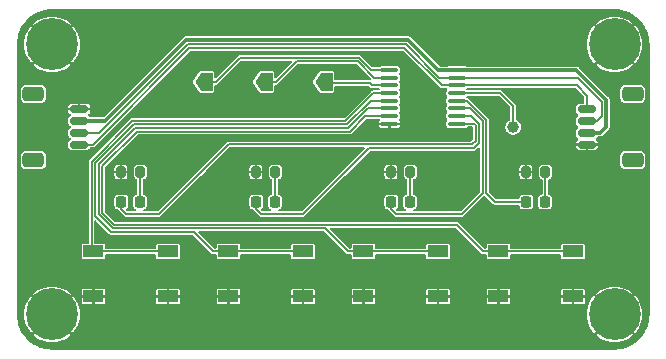
<source format=gtl>
%TF.GenerationSoftware,KiCad,Pcbnew,7.0.1-0*%
%TF.CreationDate,2023-06-23T16:28:58+02:00*%
%TF.ProjectId,io_expander,696f5f65-7870-4616-9e64-65722e6b6963,1.0*%
%TF.SameCoordinates,PX3c8eee0PY3c8eee0*%
%TF.FileFunction,Copper,L1,Top*%
%TF.FilePolarity,Positive*%
%FSLAX46Y46*%
G04 Gerber Fmt 4.6, Leading zero omitted, Abs format (unit mm)*
G04 Created by KiCad (PCBNEW 7.0.1-0) date 2023-06-23 16:28:58*
%MOMM*%
%LPD*%
G01*
G04 APERTURE LIST*
G04 Aperture macros list*
%AMRoundRect*
0 Rectangle with rounded corners*
0 $1 Rounding radius*
0 $2 $3 $4 $5 $6 $7 $8 $9 X,Y pos of 4 corners*
0 Add a 4 corners polygon primitive as box body*
4,1,4,$2,$3,$4,$5,$6,$7,$8,$9,$2,$3,0*
0 Add four circle primitives for the rounded corners*
1,1,$1+$1,$2,$3*
1,1,$1+$1,$4,$5*
1,1,$1+$1,$6,$7*
1,1,$1+$1,$8,$9*
0 Add four rect primitives between the rounded corners*
20,1,$1+$1,$2,$3,$4,$5,0*
20,1,$1+$1,$4,$5,$6,$7,0*
20,1,$1+$1,$6,$7,$8,$9,0*
20,1,$1+$1,$8,$9,$2,$3,0*%
%AMFreePoly0*
4,1,6,1.000000,0.000000,0.500000,-0.750000,-0.500000,-0.750000,-0.500000,0.750000,0.500000,0.750000,1.000000,0.000000,1.000000,0.000000,$1*%
%AMFreePoly1*
4,1,6,0.500000,-0.750000,-0.650000,-0.750000,-0.150000,0.000000,-0.650000,0.750000,0.500000,0.750000,0.500000,-0.750000,0.500000,-0.750000,$1*%
G04 Aperture macros list end*
%TA.AperFunction,ComponentPad*%
%ADD10C,0.700000*%
%TD*%
%TA.AperFunction,ComponentPad*%
%ADD11C,4.400000*%
%TD*%
%TA.AperFunction,SMDPad,CuDef*%
%ADD12FreePoly0,180.000000*%
%TD*%
%TA.AperFunction,SMDPad,CuDef*%
%ADD13FreePoly1,180.000000*%
%TD*%
%TA.AperFunction,SMDPad,CuDef*%
%ADD14RoundRect,0.100000X-0.637500X-0.100000X0.637500X-0.100000X0.637500X0.100000X-0.637500X0.100000X0*%
%TD*%
%TA.AperFunction,SMDPad,CuDef*%
%ADD15C,1.000000*%
%TD*%
%TA.AperFunction,SMDPad,CuDef*%
%ADD16R,1.700000X1.000000*%
%TD*%
%TA.AperFunction,SMDPad,CuDef*%
%ADD17RoundRect,0.200000X0.200000X0.275000X-0.200000X0.275000X-0.200000X-0.275000X0.200000X-0.275000X0*%
%TD*%
%TA.AperFunction,SMDPad,CuDef*%
%ADD18RoundRect,0.150000X0.625000X-0.150000X0.625000X0.150000X-0.625000X0.150000X-0.625000X-0.150000X0*%
%TD*%
%TA.AperFunction,SMDPad,CuDef*%
%ADD19RoundRect,0.250000X0.650000X-0.350000X0.650000X0.350000X-0.650000X0.350000X-0.650000X-0.350000X0*%
%TD*%
%TA.AperFunction,SMDPad,CuDef*%
%ADD20RoundRect,0.150000X-0.625000X0.150000X-0.625000X-0.150000X0.625000X-0.150000X0.625000X0.150000X0*%
%TD*%
%TA.AperFunction,SMDPad,CuDef*%
%ADD21RoundRect,0.250000X-0.650000X0.350000X-0.650000X-0.350000X0.650000X-0.350000X0.650000X0.350000X0*%
%TD*%
%TA.AperFunction,SMDPad,CuDef*%
%ADD22RoundRect,0.218750X0.218750X0.256250X-0.218750X0.256250X-0.218750X-0.256250X0.218750X-0.256250X0*%
%TD*%
%TA.AperFunction,ViaPad*%
%ADD23C,0.600000*%
%TD*%
%TA.AperFunction,Conductor*%
%ADD24C,0.150000*%
%TD*%
%TA.AperFunction,Conductor*%
%ADD25C,0.300000*%
%TD*%
G04 APERTURE END LIST*
D10*
%TO.P,REF\u002A\u002A,1*%
%TO.N,N/C*%
X49162700Y-26035000D03*
X49645974Y-24868274D03*
X49645974Y-27201726D03*
X50812700Y-24385000D03*
D11*
%TO.N,GND*%
X50812700Y-26035000D03*
D10*
%TO.N,N/C*%
X50812700Y-27685000D03*
X51979426Y-24868274D03*
X51979426Y-27201726D03*
X52462700Y-26035000D03*
%TD*%
%TO.P,REF\u002A\u002A,1*%
%TO.N,N/C*%
X1537700Y-26035000D03*
X2020974Y-24868274D03*
X2020974Y-27201726D03*
X3187700Y-24385000D03*
D11*
%TO.N,GND*%
X3187700Y-26035000D03*
D10*
%TO.N,N/C*%
X3187700Y-27685000D03*
X4354426Y-24868274D03*
X4354426Y-27201726D03*
X4837700Y-26035000D03*
%TD*%
%TO.P,REF\u002A\u002A,1*%
%TO.N,N/C*%
X49162700Y-3175000D03*
X49645974Y-2008274D03*
X49645974Y-4341726D03*
X50812700Y-1525000D03*
D11*
%TO.N,GND*%
X50812700Y-3175000D03*
D10*
%TO.N,N/C*%
X50812700Y-4825000D03*
X51979426Y-2008274D03*
X51979426Y-4341726D03*
X52462700Y-3175000D03*
%TD*%
%TO.P,REF\u002A\u002A,1*%
%TO.N,N/C*%
X4354426Y-4341726D03*
X3187700Y-1525000D03*
X2020974Y-2008274D03*
X1537700Y-3175000D03*
X4354426Y-2008274D03*
X2020974Y-4341726D03*
X3187700Y-4825000D03*
D11*
%TO.N,GND*%
X3187700Y-3175000D03*
D10*
%TO.N,N/C*%
X4837700Y-3175000D03*
%TD*%
D12*
%TO.P,JP3,1,A*%
%TO.N,Net-(JP3-A)*%
X26442500Y-6350000D03*
D13*
%TO.P,JP3,2,B*%
%TO.N,GND*%
X24992500Y-6350000D03*
%TD*%
D12*
%TO.P,JP2,1,A*%
%TO.N,Net-(JP2-A)*%
X21362500Y-6350000D03*
D13*
%TO.P,JP2,2,B*%
%TO.N,GND*%
X19912500Y-6350000D03*
%TD*%
D12*
%TO.P,JP1,1,A*%
%TO.N,Net-(JP1-A)*%
X16282500Y-6350000D03*
D13*
%TO.P,JP1,2,B*%
%TO.N,GND*%
X14832500Y-6350000D03*
%TD*%
D14*
%TO.P,U1,1,A0*%
%TO.N,Net-(JP1-A)*%
X31745000Y-5345000D03*
%TO.P,U1,2,A1*%
%TO.N,Net-(JP2-A)*%
X31745000Y-5995000D03*
%TO.P,U1,3,A2*%
%TO.N,Net-(JP3-A)*%
X31745000Y-6645000D03*
%TO.P,U1,4,P0*%
%TO.N,P0*%
X31745000Y-7295000D03*
%TO.P,U1,5,P1*%
%TO.N,P1*%
X31745000Y-7945000D03*
%TO.P,U1,6,P2*%
%TO.N,P2*%
X31745000Y-8595000D03*
%TO.P,U1,7,P3*%
%TO.N,P3*%
X31745000Y-9245000D03*
%TO.P,U1,8,GND*%
%TO.N,GND*%
X31745000Y-9895000D03*
%TO.P,U1,9,P4*%
%TO.N,P4*%
X37470000Y-9895000D03*
%TO.P,U1,10,P5*%
%TO.N,P5*%
X37470000Y-9245000D03*
%TO.P,U1,11,P6*%
%TO.N,P6*%
X37470000Y-8595000D03*
%TO.P,U1,12,P7*%
%TO.N,P7*%
X37470000Y-7945000D03*
%TO.P,U1,13,~{INT}*%
%TO.N,Net-(U1-~{INT})*%
X37470000Y-7295000D03*
%TO.P,U1,14,SCL*%
%TO.N,/SCL*%
X37470000Y-6645000D03*
%TO.P,U1,15,SDA*%
%TO.N,/SDA*%
X37470000Y-5995000D03*
%TO.P,U1,16,VDD*%
%TO.N,VCC*%
X37470000Y-5345000D03*
%TD*%
D15*
%TO.P,TP1,1,1*%
%TO.N,Net-(U1-~{INT})*%
X42227500Y-10160000D03*
%TD*%
D16*
%TO.P,SW4,1,A*%
%TO.N,P3*%
X40982500Y-20706000D03*
X47282500Y-20706000D03*
%TO.P,SW4,2,B*%
%TO.N,GND*%
X47282500Y-24506000D03*
X40982500Y-24506000D03*
%TD*%
%TO.P,SW3,1,A*%
%TO.N,P2*%
X29552500Y-20706000D03*
X35852500Y-20706000D03*
%TO.P,SW3,2,B*%
%TO.N,GND*%
X35852500Y-24506000D03*
X29552500Y-24506000D03*
%TD*%
%TO.P,SW2,1,A*%
%TO.N,P1*%
X18122500Y-20706000D03*
X24422500Y-20706000D03*
%TO.P,SW2,2,B*%
%TO.N,GND*%
X24422500Y-24506000D03*
X18122500Y-24506000D03*
%TD*%
%TO.P,SW1,1,A*%
%TO.N,P0*%
X6692500Y-20706000D03*
X12992500Y-20706000D03*
%TO.P,SW1,2,B*%
%TO.N,GND*%
X12992500Y-24506000D03*
X6692500Y-24506000D03*
%TD*%
D17*
%TO.P,R4,1*%
%TO.N,Net-(D4-K)*%
X44957500Y-13970000D03*
%TO.P,R4,2*%
%TO.N,GND*%
X43307500Y-13970000D03*
%TD*%
%TO.P,R3,1*%
%TO.N,Net-(D3-K)*%
X33527500Y-13970000D03*
%TO.P,R3,2*%
%TO.N,GND*%
X31877500Y-13970000D03*
%TD*%
%TO.P,R2,1*%
%TO.N,Net-(D2-K)*%
X22097500Y-13970000D03*
%TO.P,R2,2*%
%TO.N,GND*%
X20447500Y-13970000D03*
%TD*%
%TO.P,R1,1*%
%TO.N,Net-(D1-K)*%
X10667500Y-13970000D03*
%TO.P,R1,2*%
%TO.N,GND*%
X9017500Y-13970000D03*
%TD*%
D18*
%TO.P,J2,1,Pin_1*%
%TO.N,GND*%
X48482500Y-11660000D03*
%TO.P,J2,2,Pin_2*%
%TO.N,VCC*%
X48482500Y-10660000D03*
%TO.P,J2,3,Pin_3*%
%TO.N,/SDA*%
X48482500Y-9660000D03*
%TO.P,J2,4,Pin_4*%
%TO.N,/SCL*%
X48482500Y-8660000D03*
D19*
%TO.P,J2,MP*%
%TO.N,N/C*%
X52357500Y-7360000D03*
X52357500Y-12960000D03*
%TD*%
D20*
%TO.P,J1,1,Pin_1*%
%TO.N,GND*%
X5492500Y-8660000D03*
%TO.P,J1,2,Pin_2*%
%TO.N,VCC*%
X5492500Y-9660000D03*
%TO.P,J1,3,Pin_3*%
%TO.N,/SDA*%
X5492500Y-10660000D03*
%TO.P,J1,4,Pin_4*%
%TO.N,/SCL*%
X5492500Y-11660000D03*
D21*
%TO.P,J1,MP*%
%TO.N,N/C*%
X1617500Y-12960000D03*
X1617500Y-7360000D03*
%TD*%
D22*
%TO.P,D4,1,K*%
%TO.N,Net-(D4-K)*%
X44920000Y-16510000D03*
%TO.P,D4,2,A*%
%TO.N,P7*%
X43345000Y-16510000D03*
%TD*%
%TO.P,D3,1,K*%
%TO.N,Net-(D3-K)*%
X33490000Y-16510000D03*
%TO.P,D3,2,A*%
%TO.N,P6*%
X31915000Y-16510000D03*
%TD*%
%TO.P,D2,1,K*%
%TO.N,Net-(D2-K)*%
X22060000Y-16510000D03*
%TO.P,D2,2,A*%
%TO.N,P5*%
X20485000Y-16510000D03*
%TD*%
%TO.P,D1,1,K*%
%TO.N,Net-(D1-K)*%
X10630000Y-16510000D03*
%TO.P,D1,2,A*%
%TO.N,P4*%
X9055000Y-16510000D03*
%TD*%
D23*
%TO.N,GND*%
X23685500Y-6350000D03*
X18605500Y-6350000D03*
X13525500Y-6350000D03*
X44132500Y-15240000D03*
X32702500Y-15240000D03*
X21272500Y-15240000D03*
X9842500Y-15240000D03*
X34607500Y-8001000D03*
%TD*%
D24*
%TO.N,Net-(D1-K)*%
X10630000Y-16510000D02*
X10630000Y-14007500D01*
X10630000Y-14007500D02*
X10667500Y-13970000D01*
%TO.N,P1*%
X31745000Y-7945000D02*
X30159058Y-7945000D01*
X28152557Y-9951501D02*
X10092883Y-9951501D01*
X10092883Y-9951501D02*
X6830498Y-13213886D01*
X15176500Y-19050000D02*
X16832500Y-20706000D01*
X30159058Y-7945000D02*
X28152557Y-9951501D01*
X6830498Y-13213886D02*
X6830498Y-17688998D01*
X6830498Y-17688998D02*
X8191500Y-19050000D01*
X8191500Y-19050000D02*
X15176500Y-19050000D01*
X16832500Y-20706000D02*
X18122500Y-20706000D01*
%TO.N,P2*%
X29552500Y-20706000D02*
X28262500Y-20706000D01*
X28262500Y-20706000D02*
X26306999Y-18750499D01*
X26306999Y-18750499D02*
X8315557Y-18750499D01*
X8315557Y-18750499D02*
X7129999Y-17564941D01*
X7129999Y-17564941D02*
X7129999Y-13337943D01*
X10216940Y-10251002D02*
X28276614Y-10251002D01*
X7129999Y-13337943D02*
X10216940Y-10251002D01*
X28276614Y-10251002D02*
X29932616Y-8595000D01*
X29932616Y-8595000D02*
X31745000Y-8595000D01*
%TO.N,P3*%
X31745000Y-9245000D02*
X29706174Y-9245000D01*
X29706174Y-9245000D02*
X28400671Y-10550503D01*
X10340997Y-10550503D02*
X7429500Y-13462000D01*
X28400671Y-10550503D02*
X10340997Y-10550503D01*
X7429500Y-13462000D02*
X7429500Y-17440884D01*
X7429500Y-17440884D02*
X8439614Y-18450998D01*
X8439614Y-18450998D02*
X37437498Y-18450998D01*
X37437498Y-18450998D02*
X39692500Y-20706000D01*
X39692500Y-20706000D02*
X40982500Y-20706000D01*
X40982500Y-20706000D02*
X47282500Y-20706000D01*
%TO.N,P2*%
X29552500Y-20706000D02*
X35852500Y-20706000D01*
%TO.N,P1*%
X18122500Y-20706000D02*
X24422500Y-20706000D01*
%TO.N,P0*%
X6692500Y-20706000D02*
X12992500Y-20706000D01*
%TO.N,/SDA*%
X47692876Y-5995000D02*
X49726999Y-8029123D01*
D25*
%TO.N,VCC*%
X37470000Y-5345000D02*
X47572500Y-5345000D01*
D24*
%TO.N,/SDA*%
X49726999Y-8029123D02*
X49726999Y-9264501D01*
X49726999Y-9264501D02*
X49339500Y-9652000D01*
X37470000Y-5995000D02*
X47692876Y-5995000D01*
X48490500Y-9652000D02*
X48482500Y-9660000D01*
X49339500Y-9652000D02*
X48490500Y-9652000D01*
D25*
%TO.N,VCC*%
X50101500Y-10160000D02*
X49601500Y-10660000D01*
X47572500Y-5345000D02*
X50101500Y-7874000D01*
X50101500Y-7874000D02*
X50101500Y-10160000D01*
X49601500Y-10660000D02*
X48482500Y-10660000D01*
D24*
%TO.N,/SCL*%
X37470000Y-6645000D02*
X47602500Y-6645000D01*
X47602500Y-6645000D02*
X48482500Y-7525000D01*
X48482500Y-7525000D02*
X48482500Y-8660000D01*
X14820680Y-3468002D02*
X32995502Y-3468002D01*
%TO.N,/SDA*%
X14696623Y-3168501D02*
X33119559Y-3168501D01*
%TO.N,/SCL*%
X6628682Y-11660000D02*
X14820680Y-3468002D01*
D25*
%TO.N,VCC*%
X5492500Y-9660000D02*
X7675500Y-9660000D01*
X33337500Y-2794000D02*
X35888500Y-5345000D01*
D24*
%TO.N,/SCL*%
X5492500Y-11660000D02*
X6628682Y-11660000D01*
X32995502Y-3468002D02*
X36172500Y-6645000D01*
%TO.N,/SDA*%
X33119559Y-3168501D02*
X35946058Y-5995000D01*
D25*
%TO.N,VCC*%
X35888500Y-5345000D02*
X37470000Y-5345000D01*
D24*
%TO.N,/SDA*%
X35946058Y-5995000D02*
X37470000Y-5995000D01*
X7205124Y-10660000D02*
X14696623Y-3168501D01*
X5492500Y-10660000D02*
X7205124Y-10660000D01*
%TO.N,/SCL*%
X36172500Y-6645000D02*
X37470000Y-6645000D01*
D25*
%TO.N,VCC*%
X7675500Y-9660000D02*
X14541500Y-2794000D01*
X14541500Y-2794000D02*
X33337500Y-2794000D01*
D24*
%TO.N,Net-(JP3-A)*%
X31745000Y-6645000D02*
X30289500Y-6645000D01*
X30096100Y-6451600D02*
X26544100Y-6451600D01*
X30289500Y-6645000D02*
X30096100Y-6451600D01*
X26544100Y-6451600D02*
X26442500Y-6350000D01*
%TO.N,Net-(JP1-A)*%
X30216058Y-5345000D02*
X29189058Y-4318000D01*
X31745000Y-5345000D02*
X30216058Y-5345000D01*
X19113500Y-4318000D02*
X17081500Y-6350000D01*
%TO.N,Net-(JP2-A)*%
X23893999Y-4617501D02*
X22161500Y-6350000D01*
%TO.N,Net-(JP1-A)*%
X17081500Y-6350000D02*
X16282500Y-6350000D01*
X29189058Y-4318000D02*
X19113500Y-4318000D01*
%TO.N,Net-(JP2-A)*%
X31745000Y-5995000D02*
X30442500Y-5995000D01*
X30442500Y-5995000D02*
X29065001Y-4617501D01*
X29065001Y-4617501D02*
X23893999Y-4617501D01*
X22161500Y-6350000D02*
X21362500Y-6350000D01*
%TO.N,P6*%
X37470000Y-8595000D02*
X38546058Y-8595000D01*
X37909500Y-17526000D02*
X32321500Y-17526000D01*
X39641999Y-9690941D02*
X39641999Y-15793501D01*
X39641999Y-15793501D02*
X37909500Y-17526000D01*
X38546058Y-8595000D02*
X39641999Y-9690941D01*
X31915000Y-17119500D02*
X31915000Y-16510000D01*
X32321500Y-17526000D02*
X31915000Y-17119500D01*
%TO.N,P7*%
X37470000Y-7945000D02*
X38319616Y-7945000D01*
X39941500Y-9566884D02*
X39941500Y-15748000D01*
X39941500Y-15748000D02*
X40703500Y-16510000D01*
X38319616Y-7945000D02*
X39941500Y-9566884D01*
X40703500Y-16510000D02*
X43345000Y-16510000D01*
%TO.N,P4*%
X9461500Y-17526000D02*
X9055000Y-17119500D01*
%TO.N,P5*%
X20485000Y-17119500D02*
X20485000Y-16510000D01*
%TO.N,P4*%
X18143001Y-11638499D02*
X12255500Y-17526000D01*
X38717001Y-11638499D02*
X18143001Y-11638499D01*
X39042997Y-10023497D02*
X39042997Y-11312503D01*
%TO.N,P5*%
X30035500Y-11938000D02*
X24447500Y-17526000D01*
%TO.N,P4*%
X38914500Y-9895000D02*
X39042997Y-10023497D01*
%TO.N,P5*%
X20891500Y-17526000D02*
X20485000Y-17119500D01*
X39342498Y-9899440D02*
X39342498Y-11521002D01*
%TO.N,P4*%
X37470000Y-9895000D02*
X38914500Y-9895000D01*
%TO.N,P5*%
X37470000Y-9245000D02*
X38688058Y-9245000D01*
%TO.N,P4*%
X9055000Y-17119500D02*
X9055000Y-16510000D01*
%TO.N,P5*%
X39342498Y-11521002D02*
X38925500Y-11938000D01*
X24447500Y-17526000D02*
X20891500Y-17526000D01*
X38688058Y-9245000D02*
X39342498Y-9899440D01*
X38925500Y-11938000D02*
X30035500Y-11938000D01*
%TO.N,P4*%
X12255500Y-17526000D02*
X9461500Y-17526000D01*
X39042997Y-11312503D02*
X38717001Y-11638499D01*
%TO.N,P0*%
X28028500Y-9652000D02*
X30385500Y-7295000D01*
X6692500Y-20706000D02*
X6530997Y-20544497D01*
X9968826Y-9652000D02*
X28028500Y-9652000D01*
X30385500Y-7295000D02*
X31745000Y-7295000D01*
X6530997Y-20544497D02*
X6530997Y-13089829D01*
X6530997Y-13089829D02*
X9968826Y-9652000D01*
%TO.N,Net-(D2-K)*%
X22060000Y-16510000D02*
X22060000Y-14007500D01*
X22060000Y-14007500D02*
X22097500Y-13970000D01*
%TO.N,Net-(D3-K)*%
X33490000Y-16510000D02*
X33490000Y-14007500D01*
X33490000Y-14007500D02*
X33527500Y-13970000D01*
%TO.N,Net-(D4-K)*%
X44957500Y-13970000D02*
X44957500Y-16472500D01*
X44957500Y-16472500D02*
X44920000Y-16510000D01*
%TO.N,Net-(U1-~{INT})*%
X37470000Y-7295000D02*
X41140500Y-7295000D01*
X41140500Y-7295000D02*
X42227500Y-8382000D01*
X42227500Y-8382000D02*
X42227500Y-10160000D01*
%TD*%
%TA.AperFunction,Conductor*%
%TO.N,GND*%
G36*
X50141627Y-25222506D02*
G01*
X50812699Y-25893578D01*
X51483771Y-25222506D01*
X51530421Y-25196304D01*
X51583893Y-25198202D01*
X51628567Y-25227647D01*
X51629880Y-25229161D01*
X51651820Y-25272953D01*
X51650082Y-25321902D01*
X51625092Y-25364027D01*
X50954121Y-26034999D01*
X51625092Y-26705971D01*
X51650078Y-26748085D01*
X51651825Y-26797022D01*
X51629904Y-26840809D01*
X51628592Y-26842323D01*
X51583918Y-26871789D01*
X51530435Y-26873698D01*
X51483772Y-26847493D01*
X50812699Y-26176421D01*
X50141625Y-26847493D01*
X50094963Y-26873698D01*
X50041480Y-26871789D01*
X49996806Y-26842323D01*
X49995494Y-26840809D01*
X49973573Y-26797022D01*
X49975320Y-26748085D01*
X50000306Y-26705971D01*
X50671278Y-26034999D01*
X50000307Y-25364028D01*
X49975321Y-25321914D01*
X49973574Y-25272977D01*
X49995495Y-25229190D01*
X49996807Y-25227676D01*
X50041481Y-25198210D01*
X50094964Y-25196301D01*
X50141627Y-25222506D01*
G37*
%TD.AperFunction*%
%TA.AperFunction,Conductor*%
G36*
X2516627Y-25222506D02*
G01*
X3187699Y-25893578D01*
X3858771Y-25222506D01*
X3905421Y-25196304D01*
X3958893Y-25198202D01*
X4003567Y-25227647D01*
X4004880Y-25229161D01*
X4026820Y-25272953D01*
X4025082Y-25321902D01*
X4000092Y-25364027D01*
X3329121Y-26034999D01*
X4000092Y-26705971D01*
X4025078Y-26748085D01*
X4026825Y-26797022D01*
X4004904Y-26840809D01*
X4003592Y-26842323D01*
X3958918Y-26871789D01*
X3905435Y-26873698D01*
X3858772Y-26847493D01*
X3187699Y-26176421D01*
X2516625Y-26847493D01*
X2469963Y-26873698D01*
X2416480Y-26871789D01*
X2371806Y-26842323D01*
X2370494Y-26840809D01*
X2348573Y-26797022D01*
X2350320Y-26748085D01*
X2375306Y-26705971D01*
X3046278Y-26034999D01*
X2375307Y-25364028D01*
X2350321Y-25321914D01*
X2348574Y-25272977D01*
X2370495Y-25229190D01*
X2371807Y-25227676D01*
X2416481Y-25198210D01*
X2469964Y-25196301D01*
X2516627Y-25222506D01*
G37*
%TD.AperFunction*%
%TA.AperFunction,Conductor*%
G36*
X50141627Y-2362506D02*
G01*
X50812699Y-3033578D01*
X51483771Y-2362506D01*
X51530421Y-2336304D01*
X51583893Y-2338202D01*
X51628567Y-2367647D01*
X51629880Y-2369161D01*
X51651820Y-2412953D01*
X51650082Y-2461902D01*
X51625092Y-2504027D01*
X50954121Y-3174999D01*
X51625092Y-3845971D01*
X51650078Y-3888085D01*
X51651825Y-3937022D01*
X51629904Y-3980809D01*
X51628592Y-3982323D01*
X51583918Y-4011789D01*
X51530435Y-4013698D01*
X51483772Y-3987493D01*
X50812699Y-3316421D01*
X50141625Y-3987493D01*
X50094963Y-4013698D01*
X50041480Y-4011789D01*
X49996806Y-3982323D01*
X49995494Y-3980809D01*
X49973573Y-3937022D01*
X49975320Y-3888085D01*
X50000306Y-3845971D01*
X50671278Y-3174999D01*
X50000307Y-2504028D01*
X49975321Y-2461914D01*
X49973574Y-2412977D01*
X49995495Y-2369190D01*
X49996807Y-2367676D01*
X50041481Y-2338210D01*
X50094964Y-2336301D01*
X50141627Y-2362506D01*
G37*
%TD.AperFunction*%
%TA.AperFunction,Conductor*%
G36*
X2516627Y-2362506D02*
G01*
X3187699Y-3033578D01*
X3858771Y-2362506D01*
X3905421Y-2336304D01*
X3958893Y-2338202D01*
X4003567Y-2367647D01*
X4004880Y-2369161D01*
X4026820Y-2412953D01*
X4025082Y-2461902D01*
X4000092Y-2504027D01*
X3329121Y-3174999D01*
X4000092Y-3845971D01*
X4025078Y-3888085D01*
X4026825Y-3937022D01*
X4004904Y-3980809D01*
X4003592Y-3982323D01*
X3958918Y-4011789D01*
X3905435Y-4013698D01*
X3858772Y-3987493D01*
X3187699Y-3316421D01*
X2516625Y-3987493D01*
X2469963Y-4013698D01*
X2416480Y-4011789D01*
X2371806Y-3982323D01*
X2370494Y-3980809D01*
X2348573Y-3937022D01*
X2350320Y-3888085D01*
X2375306Y-3845971D01*
X3046278Y-3174999D01*
X2375307Y-2504028D01*
X2350321Y-2461914D01*
X2348574Y-2412977D01*
X2370495Y-2369190D01*
X2371807Y-2367676D01*
X2416481Y-2338210D01*
X2469964Y-2336301D01*
X2516627Y-2362506D01*
G37*
%TD.AperFunction*%
%TA.AperFunction,Conductor*%
G36*
X50802594Y-200635D02*
G01*
X51105741Y-216523D01*
X51116037Y-217605D01*
X51413316Y-264689D01*
X51423428Y-266838D01*
X51714170Y-344742D01*
X51724013Y-347940D01*
X52004990Y-455798D01*
X52014456Y-460012D01*
X52282626Y-596652D01*
X52291601Y-601833D01*
X52544025Y-765758D01*
X52552397Y-771842D01*
X52611816Y-819958D01*
X52786296Y-961250D01*
X52793987Y-968174D01*
X52961287Y-1135473D01*
X53006811Y-1180997D01*
X53013744Y-1188698D01*
X53203161Y-1422608D01*
X53209248Y-1430986D01*
X53354102Y-1654042D01*
X53373163Y-1683393D01*
X53378345Y-1692367D01*
X53514989Y-1960546D01*
X53519197Y-1969998D01*
X53627056Y-2250979D01*
X53630258Y-2260833D01*
X53708158Y-2551559D01*
X53710312Y-2561695D01*
X53757393Y-2858958D01*
X53758476Y-2869263D01*
X53774365Y-3172427D01*
X53774501Y-3177609D01*
X53774501Y-26032432D01*
X53774365Y-26037614D01*
X53758478Y-26340736D01*
X53757395Y-26351041D01*
X53710314Y-26648304D01*
X53708160Y-26658440D01*
X53630261Y-26949164D01*
X53627058Y-26959020D01*
X53519203Y-27239990D01*
X53514989Y-27249456D01*
X53378347Y-27517633D01*
X53373165Y-27526607D01*
X53209250Y-27779014D01*
X53203159Y-27787398D01*
X53013755Y-28021292D01*
X53006822Y-28028993D01*
X52793994Y-28241821D01*
X52786293Y-28248754D01*
X52552399Y-28438158D01*
X52544015Y-28444249D01*
X52291608Y-28608164D01*
X52282634Y-28613346D01*
X52014462Y-28749987D01*
X52004995Y-28754202D01*
X51724014Y-28862059D01*
X51714159Y-28865261D01*
X51423441Y-28943160D01*
X51413305Y-28945314D01*
X51116042Y-28992395D01*
X51105737Y-28993478D01*
X50826223Y-29008127D01*
X50802631Y-29009364D01*
X50797452Y-29009500D01*
X3177586Y-29009500D01*
X3172406Y-29009364D01*
X3146844Y-29008024D01*
X2869262Y-28993476D01*
X2858957Y-28992393D01*
X2561695Y-28945312D01*
X2551559Y-28943158D01*
X2260835Y-28865259D01*
X2250979Y-28862056D01*
X1970009Y-28754201D01*
X1960543Y-28749987D01*
X1692373Y-28613347D01*
X1683399Y-28608166D01*
X1430979Y-28444244D01*
X1422595Y-28438152D01*
X1406494Y-28425114D01*
X1188703Y-28248749D01*
X1181008Y-28241821D01*
X968187Y-28029001D01*
X961255Y-28021301D01*
X771838Y-27787391D01*
X765752Y-27779014D01*
X601832Y-27526599D01*
X596655Y-27517633D01*
X460006Y-27249445D01*
X455805Y-27240010D01*
X347936Y-26959001D01*
X344741Y-26949166D01*
X266838Y-26658428D01*
X264689Y-26648316D01*
X217605Y-26351036D01*
X216523Y-26340735D01*
X200635Y-26037572D01*
X200567Y-26035000D01*
X832658Y-26035000D01*
X852805Y-26342393D01*
X912904Y-26644531D01*
X1011925Y-26936237D01*
X1148173Y-27212518D01*
X1319322Y-27468661D01*
X1456357Y-27624919D01*
X1525319Y-27555958D01*
X1571980Y-27529752D01*
X1625461Y-27531660D01*
X1670136Y-27561123D01*
X1671449Y-27562638D01*
X1693372Y-27606426D01*
X1691627Y-27655364D01*
X1666640Y-27697479D01*
X1597778Y-27766340D01*
X1597779Y-27766341D01*
X1754038Y-27903377D01*
X2010181Y-28074526D01*
X2286462Y-28210774D01*
X2578168Y-28309795D01*
X2880306Y-28369894D01*
X3187700Y-28390041D01*
X3495093Y-28369894D01*
X3797231Y-28309795D01*
X4088937Y-28210774D01*
X4365218Y-28074526D01*
X4621357Y-27903380D01*
X4777620Y-27766340D01*
X4708759Y-27697479D01*
X4683773Y-27655366D01*
X4682026Y-27606429D01*
X4703947Y-27562642D01*
X4703951Y-27562638D01*
X4705259Y-27561127D01*
X4749933Y-27531662D01*
X4803416Y-27529753D01*
X4850078Y-27555958D01*
X4919040Y-27624919D01*
X5056080Y-27468657D01*
X5227226Y-27212518D01*
X5363474Y-26936237D01*
X5462495Y-26644531D01*
X5522594Y-26342393D01*
X5542741Y-26035000D01*
X48457658Y-26035000D01*
X48477805Y-26342393D01*
X48537904Y-26644531D01*
X48636925Y-26936237D01*
X48773173Y-27212518D01*
X48944322Y-27468661D01*
X49081357Y-27624919D01*
X49150319Y-27555958D01*
X49196980Y-27529752D01*
X49250461Y-27531660D01*
X49295136Y-27561123D01*
X49296449Y-27562638D01*
X49318372Y-27606426D01*
X49316627Y-27655364D01*
X49291640Y-27697479D01*
X49222778Y-27766340D01*
X49222779Y-27766341D01*
X49379038Y-27903377D01*
X49635181Y-28074526D01*
X49911462Y-28210774D01*
X50203168Y-28309795D01*
X50505306Y-28369894D01*
X50812700Y-28390041D01*
X51120093Y-28369894D01*
X51422231Y-28309795D01*
X51713937Y-28210774D01*
X51990218Y-28074526D01*
X52246357Y-27903380D01*
X52402620Y-27766340D01*
X52333759Y-27697479D01*
X52308773Y-27655366D01*
X52307026Y-27606429D01*
X52328947Y-27562642D01*
X52328951Y-27562638D01*
X52330259Y-27561127D01*
X52374933Y-27531662D01*
X52428416Y-27529753D01*
X52475078Y-27555958D01*
X52544040Y-27624919D01*
X52681080Y-27468657D01*
X52852226Y-27212518D01*
X52988474Y-26936237D01*
X53087495Y-26644531D01*
X53147594Y-26342393D01*
X53167741Y-26035000D01*
X53147594Y-25727606D01*
X53087495Y-25425468D01*
X52988474Y-25133762D01*
X52852226Y-24857481D01*
X52681077Y-24601338D01*
X52544041Y-24445079D01*
X52544040Y-24445078D01*
X52475077Y-24514041D01*
X52428404Y-24540249D01*
X52374912Y-24538330D01*
X52330238Y-24508848D01*
X52328923Y-24507330D01*
X52307020Y-24463547D01*
X52308775Y-24414621D01*
X52333759Y-24372518D01*
X52402619Y-24303657D01*
X52246361Y-24166622D01*
X51990218Y-23995473D01*
X51713937Y-23859225D01*
X51422231Y-23760204D01*
X51120093Y-23700105D01*
X50812700Y-23679958D01*
X50505306Y-23700105D01*
X50203168Y-23760204D01*
X49911462Y-23859225D01*
X49635181Y-23995473D01*
X49379038Y-24166621D01*
X49222779Y-24303657D01*
X49222778Y-24303658D01*
X49291640Y-24372520D01*
X49316623Y-24414623D01*
X49318377Y-24463549D01*
X49296474Y-24507333D01*
X49295162Y-24508848D01*
X49250486Y-24538331D01*
X49196993Y-24540250D01*
X49150320Y-24514042D01*
X49081357Y-24445079D01*
X48944321Y-24601338D01*
X48773173Y-24857481D01*
X48636925Y-25133762D01*
X48537904Y-25425468D01*
X48477805Y-25727606D01*
X48457658Y-26035000D01*
X5542741Y-26035000D01*
X5542741Y-26034999D01*
X5522594Y-25727606D01*
X5462495Y-25425468D01*
X5363474Y-25133762D01*
X5307755Y-25020776D01*
X5692501Y-25020776D01*
X5701202Y-25064526D01*
X5734355Y-25114143D01*
X5783972Y-25147296D01*
X5827726Y-25156000D01*
X6592499Y-25156000D01*
X6592500Y-25155999D01*
X6592500Y-25155998D01*
X6792500Y-25155998D01*
X6792501Y-25155999D01*
X7557276Y-25155999D01*
X7601026Y-25147297D01*
X7650643Y-25114144D01*
X7683796Y-25064527D01*
X7692500Y-25020776D01*
X11992501Y-25020776D01*
X12001202Y-25064526D01*
X12034355Y-25114143D01*
X12083972Y-25147296D01*
X12127726Y-25156000D01*
X12892499Y-25156000D01*
X12892500Y-25155999D01*
X12892500Y-25155998D01*
X13092500Y-25155998D01*
X13092501Y-25155999D01*
X13857276Y-25155999D01*
X13901026Y-25147297D01*
X13950643Y-25114144D01*
X13983796Y-25064527D01*
X13992500Y-25020776D01*
X17122501Y-25020776D01*
X17131202Y-25064526D01*
X17164355Y-25114143D01*
X17213972Y-25147296D01*
X17257726Y-25156000D01*
X18022499Y-25156000D01*
X18022500Y-25155999D01*
X18022500Y-25155998D01*
X18222500Y-25155998D01*
X18222501Y-25155999D01*
X18987276Y-25155999D01*
X19031026Y-25147297D01*
X19080643Y-25114144D01*
X19113796Y-25064527D01*
X19122500Y-25020776D01*
X23422501Y-25020776D01*
X23431202Y-25064526D01*
X23464355Y-25114143D01*
X23513972Y-25147296D01*
X23557726Y-25156000D01*
X24322499Y-25156000D01*
X24322500Y-25155999D01*
X24322500Y-25155998D01*
X24522500Y-25155998D01*
X24522501Y-25155999D01*
X25287276Y-25155999D01*
X25331026Y-25147297D01*
X25380643Y-25114144D01*
X25413796Y-25064527D01*
X25422500Y-25020776D01*
X28552501Y-25020776D01*
X28561202Y-25064526D01*
X28594355Y-25114143D01*
X28643972Y-25147296D01*
X28687726Y-25156000D01*
X29452499Y-25156000D01*
X29452500Y-25155999D01*
X29452500Y-25155998D01*
X29652500Y-25155998D01*
X29652501Y-25155999D01*
X30417276Y-25155999D01*
X30461026Y-25147297D01*
X30510643Y-25114144D01*
X30543796Y-25064527D01*
X30552500Y-25020776D01*
X34852501Y-25020776D01*
X34861202Y-25064526D01*
X34894355Y-25114143D01*
X34943972Y-25147296D01*
X34987726Y-25156000D01*
X35752499Y-25156000D01*
X35752500Y-25155999D01*
X35752500Y-25155998D01*
X35952500Y-25155998D01*
X35952501Y-25155999D01*
X36717276Y-25155999D01*
X36761026Y-25147297D01*
X36810643Y-25114144D01*
X36843796Y-25064527D01*
X36852500Y-25020776D01*
X39982501Y-25020776D01*
X39991202Y-25064526D01*
X40024355Y-25114143D01*
X40073972Y-25147296D01*
X40117726Y-25156000D01*
X40882499Y-25156000D01*
X40882500Y-25155999D01*
X40882500Y-25155998D01*
X41082500Y-25155998D01*
X41082501Y-25155999D01*
X41847276Y-25155999D01*
X41891026Y-25147297D01*
X41940643Y-25114144D01*
X41973796Y-25064527D01*
X41982500Y-25020776D01*
X46282501Y-25020776D01*
X46291202Y-25064526D01*
X46324355Y-25114143D01*
X46373972Y-25147296D01*
X46417726Y-25156000D01*
X47182499Y-25156000D01*
X47182500Y-25155999D01*
X47182500Y-25155998D01*
X47382500Y-25155998D01*
X47382501Y-25155999D01*
X48147276Y-25155999D01*
X48191026Y-25147297D01*
X48240643Y-25114144D01*
X48273796Y-25064527D01*
X48282500Y-25020774D01*
X48282500Y-24606001D01*
X48282499Y-24606000D01*
X47382501Y-24606000D01*
X47382500Y-24606001D01*
X47382500Y-25155998D01*
X47182500Y-25155998D01*
X47182500Y-24606001D01*
X47182499Y-24606000D01*
X46282502Y-24606000D01*
X46282501Y-24606001D01*
X46282501Y-25020776D01*
X41982500Y-25020776D01*
X41982500Y-25020774D01*
X41982500Y-24606001D01*
X41982499Y-24606000D01*
X41082501Y-24606000D01*
X41082500Y-24606001D01*
X41082500Y-25155998D01*
X40882500Y-25155998D01*
X40882500Y-24606001D01*
X40882499Y-24606000D01*
X39982502Y-24606000D01*
X39982501Y-24606001D01*
X39982501Y-25020776D01*
X36852500Y-25020776D01*
X36852500Y-25020774D01*
X36852500Y-24606001D01*
X36852499Y-24606000D01*
X35952501Y-24606000D01*
X35952500Y-24606001D01*
X35952500Y-25155998D01*
X35752500Y-25155998D01*
X35752500Y-24606001D01*
X35752499Y-24606000D01*
X34852502Y-24606000D01*
X34852501Y-24606001D01*
X34852501Y-25020776D01*
X30552500Y-25020776D01*
X30552500Y-25020774D01*
X30552500Y-24606001D01*
X30552499Y-24606000D01*
X29652501Y-24606000D01*
X29652500Y-24606001D01*
X29652500Y-25155998D01*
X29452500Y-25155998D01*
X29452500Y-24606001D01*
X29452499Y-24606000D01*
X28552502Y-24606000D01*
X28552501Y-24606001D01*
X28552501Y-25020776D01*
X25422500Y-25020776D01*
X25422500Y-25020774D01*
X25422500Y-24606001D01*
X25422499Y-24606000D01*
X24522501Y-24606000D01*
X24522500Y-24606001D01*
X24522500Y-25155998D01*
X24322500Y-25155998D01*
X24322500Y-24606001D01*
X24322499Y-24606000D01*
X23422502Y-24606000D01*
X23422501Y-24606001D01*
X23422501Y-25020776D01*
X19122500Y-25020776D01*
X19122500Y-25020774D01*
X19122500Y-24606001D01*
X19122499Y-24606000D01*
X18222501Y-24606000D01*
X18222500Y-24606001D01*
X18222500Y-25155998D01*
X18022500Y-25155998D01*
X18022500Y-24606001D01*
X18022499Y-24606000D01*
X17122502Y-24606000D01*
X17122501Y-24606001D01*
X17122501Y-25020776D01*
X13992500Y-25020776D01*
X13992500Y-25020774D01*
X13992500Y-24606001D01*
X13992499Y-24606000D01*
X13092501Y-24606000D01*
X13092500Y-24606001D01*
X13092500Y-25155998D01*
X12892500Y-25155998D01*
X12892500Y-24606001D01*
X12892499Y-24606000D01*
X11992502Y-24606000D01*
X11992501Y-24606001D01*
X11992501Y-25020776D01*
X7692500Y-25020776D01*
X7692500Y-25020774D01*
X7692500Y-24606001D01*
X7692499Y-24606000D01*
X6792501Y-24606000D01*
X6792500Y-24606001D01*
X6792500Y-25155998D01*
X6592500Y-25155998D01*
X6592500Y-24606001D01*
X6592499Y-24606000D01*
X5692502Y-24606000D01*
X5692501Y-24606001D01*
X5692501Y-25020776D01*
X5307755Y-25020776D01*
X5227226Y-24857481D01*
X5056077Y-24601338D01*
X4919041Y-24445079D01*
X4919040Y-24445078D01*
X4850077Y-24514041D01*
X4803404Y-24540249D01*
X4749912Y-24538330D01*
X4705238Y-24508848D01*
X4703923Y-24507330D01*
X4682020Y-24463547D01*
X4683775Y-24414621D01*
X4688891Y-24405999D01*
X5692500Y-24405999D01*
X5692501Y-24406000D01*
X6592499Y-24406000D01*
X6592500Y-24405999D01*
X6792500Y-24405999D01*
X6792501Y-24406000D01*
X7692498Y-24406000D01*
X7692499Y-24405999D01*
X11992500Y-24405999D01*
X11992501Y-24406000D01*
X12892499Y-24406000D01*
X12892500Y-24405999D01*
X13092500Y-24405999D01*
X13092501Y-24406000D01*
X13992498Y-24406000D01*
X13992499Y-24405999D01*
X17122500Y-24405999D01*
X17122501Y-24406000D01*
X18022499Y-24406000D01*
X18022500Y-24405999D01*
X18222500Y-24405999D01*
X18222501Y-24406000D01*
X19122498Y-24406000D01*
X19122499Y-24405999D01*
X23422500Y-24405999D01*
X23422501Y-24406000D01*
X24322499Y-24406000D01*
X24322500Y-24405999D01*
X24522500Y-24405999D01*
X24522501Y-24406000D01*
X25422498Y-24406000D01*
X25422499Y-24405999D01*
X28552500Y-24405999D01*
X28552501Y-24406000D01*
X29452499Y-24406000D01*
X29452500Y-24405999D01*
X29652500Y-24405999D01*
X29652501Y-24406000D01*
X30552498Y-24406000D01*
X30552499Y-24405999D01*
X34852500Y-24405999D01*
X34852501Y-24406000D01*
X35752499Y-24406000D01*
X35752500Y-24405999D01*
X35952500Y-24405999D01*
X35952501Y-24406000D01*
X36852498Y-24406000D01*
X36852499Y-24405999D01*
X39982500Y-24405999D01*
X39982501Y-24406000D01*
X40882499Y-24406000D01*
X40882500Y-24405999D01*
X41082500Y-24405999D01*
X41082501Y-24406000D01*
X41982498Y-24406000D01*
X41982499Y-24405999D01*
X46282500Y-24405999D01*
X46282501Y-24406000D01*
X47182499Y-24406000D01*
X47182500Y-24405999D01*
X47382500Y-24405999D01*
X47382501Y-24406000D01*
X48282498Y-24406000D01*
X48282499Y-24405999D01*
X48282499Y-23991224D01*
X48273797Y-23947473D01*
X48240644Y-23897856D01*
X48191027Y-23864703D01*
X48147274Y-23856000D01*
X47382501Y-23856000D01*
X47382500Y-23856001D01*
X47382500Y-24405999D01*
X47182500Y-24405999D01*
X47182500Y-23856002D01*
X47182499Y-23856001D01*
X46417724Y-23856001D01*
X46373973Y-23864702D01*
X46324356Y-23897855D01*
X46291203Y-23947472D01*
X46282500Y-23991226D01*
X46282500Y-24405999D01*
X41982499Y-24405999D01*
X41982499Y-23991224D01*
X41973797Y-23947473D01*
X41940644Y-23897856D01*
X41891027Y-23864703D01*
X41847274Y-23856000D01*
X41082501Y-23856000D01*
X41082500Y-23856001D01*
X41082500Y-24405999D01*
X40882500Y-24405999D01*
X40882500Y-23856002D01*
X40882499Y-23856001D01*
X40117724Y-23856001D01*
X40073973Y-23864702D01*
X40024356Y-23897855D01*
X39991203Y-23947472D01*
X39982500Y-23991226D01*
X39982500Y-24405999D01*
X36852499Y-24405999D01*
X36852499Y-23991224D01*
X36843797Y-23947473D01*
X36810644Y-23897856D01*
X36761027Y-23864703D01*
X36717274Y-23856000D01*
X35952501Y-23856000D01*
X35952500Y-23856001D01*
X35952500Y-24405999D01*
X35752500Y-24405999D01*
X35752500Y-23856002D01*
X35752499Y-23856001D01*
X34987724Y-23856001D01*
X34943973Y-23864702D01*
X34894356Y-23897855D01*
X34861203Y-23947472D01*
X34852500Y-23991226D01*
X34852500Y-24405999D01*
X30552499Y-24405999D01*
X30552499Y-23991224D01*
X30543797Y-23947473D01*
X30510644Y-23897856D01*
X30461027Y-23864703D01*
X30417274Y-23856000D01*
X29652501Y-23856000D01*
X29652500Y-23856001D01*
X29652500Y-24405999D01*
X29452500Y-24405999D01*
X29452500Y-23856002D01*
X29452499Y-23856001D01*
X28687724Y-23856001D01*
X28643973Y-23864702D01*
X28594356Y-23897855D01*
X28561203Y-23947472D01*
X28552500Y-23991226D01*
X28552500Y-24405999D01*
X25422499Y-24405999D01*
X25422499Y-23991224D01*
X25413797Y-23947473D01*
X25380644Y-23897856D01*
X25331027Y-23864703D01*
X25287274Y-23856000D01*
X24522501Y-23856000D01*
X24522500Y-23856001D01*
X24522500Y-24405999D01*
X24322500Y-24405999D01*
X24322500Y-23856002D01*
X24322499Y-23856001D01*
X23557724Y-23856001D01*
X23513973Y-23864702D01*
X23464356Y-23897855D01*
X23431203Y-23947472D01*
X23422500Y-23991226D01*
X23422500Y-24405999D01*
X19122499Y-24405999D01*
X19122499Y-23991224D01*
X19113797Y-23947473D01*
X19080644Y-23897856D01*
X19031027Y-23864703D01*
X18987274Y-23856000D01*
X18222501Y-23856000D01*
X18222500Y-23856001D01*
X18222500Y-24405999D01*
X18022500Y-24405999D01*
X18022500Y-23856002D01*
X18022499Y-23856001D01*
X17257724Y-23856001D01*
X17213973Y-23864702D01*
X17164356Y-23897855D01*
X17131203Y-23947472D01*
X17122500Y-23991226D01*
X17122500Y-24405999D01*
X13992499Y-24405999D01*
X13992499Y-23991224D01*
X13983797Y-23947473D01*
X13950644Y-23897856D01*
X13901027Y-23864703D01*
X13857274Y-23856000D01*
X13092501Y-23856000D01*
X13092500Y-23856001D01*
X13092500Y-24405999D01*
X12892500Y-24405999D01*
X12892500Y-23856002D01*
X12892499Y-23856001D01*
X12127724Y-23856001D01*
X12083973Y-23864702D01*
X12034356Y-23897855D01*
X12001203Y-23947472D01*
X11992500Y-23991226D01*
X11992500Y-24405999D01*
X7692499Y-24405999D01*
X7692499Y-23991224D01*
X7683797Y-23947473D01*
X7650644Y-23897856D01*
X7601027Y-23864703D01*
X7557274Y-23856000D01*
X6792501Y-23856000D01*
X6792500Y-23856001D01*
X6792500Y-24405999D01*
X6592500Y-24405999D01*
X6592500Y-23856002D01*
X6592499Y-23856001D01*
X5827724Y-23856001D01*
X5783973Y-23864702D01*
X5734356Y-23897855D01*
X5701203Y-23947472D01*
X5692500Y-23991226D01*
X5692500Y-24405999D01*
X4688891Y-24405999D01*
X4708759Y-24372518D01*
X4777619Y-24303657D01*
X4621361Y-24166622D01*
X4365218Y-23995473D01*
X4088937Y-23859225D01*
X3797231Y-23760204D01*
X3495093Y-23700105D01*
X3187700Y-23679958D01*
X2880306Y-23700105D01*
X2578168Y-23760204D01*
X2286462Y-23859225D01*
X2010181Y-23995473D01*
X1754038Y-24166621D01*
X1597779Y-24303657D01*
X1597778Y-24303658D01*
X1666640Y-24372520D01*
X1691623Y-24414623D01*
X1693377Y-24463549D01*
X1671474Y-24507333D01*
X1670162Y-24508848D01*
X1625486Y-24538331D01*
X1571993Y-24540250D01*
X1525320Y-24514042D01*
X1456357Y-24445079D01*
X1319321Y-24601338D01*
X1148173Y-24857481D01*
X1011925Y-25133762D01*
X912904Y-25425468D01*
X852805Y-25727606D01*
X832658Y-26035000D01*
X200567Y-26035000D01*
X200499Y-26032391D01*
X200499Y-21220820D01*
X5692000Y-21220820D01*
X5700733Y-21264722D01*
X5733996Y-21314504D01*
X5783778Y-21347767D01*
X5827680Y-21356500D01*
X7557319Y-21356500D01*
X7557320Y-21356500D01*
X7601222Y-21347767D01*
X7651004Y-21314504D01*
X7684267Y-21264722D01*
X7693000Y-21220820D01*
X7693000Y-21030500D01*
X7706263Y-20981000D01*
X7742500Y-20944763D01*
X7792000Y-20931500D01*
X11893000Y-20931500D01*
X11942500Y-20944763D01*
X11978737Y-20981000D01*
X11992000Y-21030500D01*
X11992000Y-21220820D01*
X12000733Y-21264722D01*
X12033996Y-21314504D01*
X12083778Y-21347767D01*
X12127680Y-21356500D01*
X13857319Y-21356500D01*
X13857320Y-21356500D01*
X13901222Y-21347767D01*
X13951004Y-21314504D01*
X13984267Y-21264722D01*
X13993000Y-21220820D01*
X13993000Y-20191180D01*
X13984267Y-20147278D01*
X13951004Y-20097496D01*
X13901222Y-20064233D01*
X13857320Y-20055500D01*
X12127680Y-20055500D01*
X12105728Y-20059866D01*
X12083777Y-20064233D01*
X12033996Y-20097496D01*
X12000733Y-20147277D01*
X11992000Y-20191181D01*
X11992000Y-20381500D01*
X11978737Y-20431000D01*
X11942500Y-20467237D01*
X11893000Y-20480500D01*
X7792000Y-20480500D01*
X7742500Y-20467237D01*
X7706263Y-20431000D01*
X7693000Y-20381500D01*
X7693000Y-20191181D01*
X7693000Y-20191180D01*
X7684267Y-20147278D01*
X7651004Y-20097496D01*
X7601222Y-20064233D01*
X7557320Y-20055500D01*
X7557319Y-20055500D01*
X6855497Y-20055500D01*
X6805997Y-20042237D01*
X6769760Y-20006000D01*
X6756497Y-19956500D01*
X6756497Y-18172911D01*
X6773182Y-18117910D01*
X6817611Y-18081447D01*
X6874811Y-18075813D01*
X6925501Y-18102907D01*
X8026043Y-19203448D01*
X8029610Y-19207208D01*
X8055993Y-19236509D01*
X8076449Y-19245616D01*
X8090101Y-19253029D01*
X8108881Y-19265225D01*
X8114025Y-19266040D01*
X8138808Y-19273380D01*
X8143568Y-19275500D01*
X8165961Y-19275500D01*
X8181449Y-19276719D01*
X8203565Y-19280222D01*
X8208601Y-19278873D01*
X8234222Y-19275500D01*
X15042086Y-19275500D01*
X15079972Y-19283036D01*
X15112090Y-19304496D01*
X16667043Y-20859448D01*
X16670610Y-20863208D01*
X16696993Y-20892509D01*
X16717447Y-20901615D01*
X16731100Y-20909027D01*
X16749882Y-20921225D01*
X16749883Y-20921226D01*
X16755023Y-20922040D01*
X16779812Y-20929382D01*
X16784568Y-20931500D01*
X16806961Y-20931500D01*
X16822448Y-20932719D01*
X16844565Y-20936222D01*
X16844565Y-20936221D01*
X16844566Y-20936222D01*
X16849600Y-20934873D01*
X16875223Y-20931500D01*
X17023000Y-20931500D01*
X17072500Y-20944763D01*
X17108737Y-20981000D01*
X17122000Y-21030500D01*
X17122000Y-21220820D01*
X17130733Y-21264722D01*
X17163996Y-21314504D01*
X17213778Y-21347767D01*
X17257680Y-21356500D01*
X18987319Y-21356500D01*
X18987320Y-21356500D01*
X19031222Y-21347767D01*
X19081004Y-21314504D01*
X19114267Y-21264722D01*
X19123000Y-21220820D01*
X19123000Y-21030500D01*
X19136263Y-20981000D01*
X19172500Y-20944763D01*
X19222000Y-20931500D01*
X23323000Y-20931500D01*
X23372500Y-20944763D01*
X23408737Y-20981000D01*
X23422000Y-21030500D01*
X23422000Y-21220820D01*
X23430733Y-21264722D01*
X23463996Y-21314504D01*
X23513778Y-21347767D01*
X23557680Y-21356500D01*
X25287319Y-21356500D01*
X25287320Y-21356500D01*
X25331222Y-21347767D01*
X25381004Y-21314504D01*
X25414267Y-21264722D01*
X25423000Y-21220820D01*
X25423000Y-20191180D01*
X25414267Y-20147278D01*
X25381004Y-20097496D01*
X25331222Y-20064233D01*
X25287320Y-20055500D01*
X23557680Y-20055500D01*
X23535728Y-20059866D01*
X23513777Y-20064233D01*
X23463996Y-20097496D01*
X23430733Y-20147277D01*
X23422000Y-20191181D01*
X23422000Y-20381500D01*
X23408737Y-20431000D01*
X23372500Y-20467237D01*
X23323000Y-20480500D01*
X19222000Y-20480500D01*
X19172500Y-20467237D01*
X19136263Y-20431000D01*
X19123000Y-20381500D01*
X19123000Y-20191181D01*
X19123000Y-20191180D01*
X19114267Y-20147278D01*
X19081004Y-20097496D01*
X19031222Y-20064233D01*
X18987320Y-20055500D01*
X17257680Y-20055500D01*
X17235728Y-20059866D01*
X17213777Y-20064233D01*
X17163996Y-20097496D01*
X17130733Y-20147277D01*
X17122000Y-20191181D01*
X17122000Y-20381500D01*
X17108737Y-20431000D01*
X17072500Y-20467237D01*
X17023000Y-20480500D01*
X16966913Y-20480500D01*
X16929027Y-20472964D01*
X16896909Y-20451504D01*
X15590408Y-19145003D01*
X15563314Y-19094313D01*
X15568948Y-19037113D01*
X15605411Y-18992684D01*
X15660412Y-18975999D01*
X26172585Y-18975999D01*
X26210471Y-18983535D01*
X26242589Y-19004995D01*
X28097044Y-20859449D01*
X28100593Y-20863189D01*
X28126993Y-20892509D01*
X28147455Y-20901619D01*
X28161091Y-20909022D01*
X28179882Y-20921226D01*
X28185022Y-20922040D01*
X28185028Y-20922041D01*
X28209807Y-20929380D01*
X28214568Y-20931500D01*
X28236960Y-20931500D01*
X28252447Y-20932719D01*
X28274564Y-20936222D01*
X28274564Y-20936221D01*
X28274565Y-20936222D01*
X28279599Y-20934873D01*
X28305222Y-20931500D01*
X28453000Y-20931500D01*
X28502500Y-20944763D01*
X28538737Y-20981000D01*
X28552000Y-21030500D01*
X28552000Y-21220820D01*
X28560733Y-21264722D01*
X28593996Y-21314504D01*
X28643778Y-21347767D01*
X28687680Y-21356500D01*
X30417319Y-21356500D01*
X30417320Y-21356500D01*
X30461222Y-21347767D01*
X30511004Y-21314504D01*
X30544267Y-21264722D01*
X30553000Y-21220820D01*
X30553000Y-21030500D01*
X30566263Y-20981000D01*
X30602500Y-20944763D01*
X30652000Y-20931500D01*
X34753000Y-20931500D01*
X34802500Y-20944763D01*
X34838737Y-20981000D01*
X34852000Y-21030500D01*
X34852000Y-21220820D01*
X34860733Y-21264722D01*
X34893996Y-21314504D01*
X34943778Y-21347767D01*
X34987680Y-21356500D01*
X36717319Y-21356500D01*
X36717320Y-21356500D01*
X36761222Y-21347767D01*
X36811004Y-21314504D01*
X36844267Y-21264722D01*
X36853000Y-21220820D01*
X36853000Y-20191180D01*
X36844267Y-20147278D01*
X36811004Y-20097496D01*
X36761222Y-20064233D01*
X36717320Y-20055500D01*
X34987680Y-20055500D01*
X34965728Y-20059866D01*
X34943777Y-20064233D01*
X34893996Y-20097496D01*
X34860733Y-20147277D01*
X34852000Y-20191181D01*
X34852000Y-20381500D01*
X34838737Y-20431000D01*
X34802500Y-20467237D01*
X34753000Y-20480500D01*
X30652000Y-20480500D01*
X30602500Y-20467237D01*
X30566263Y-20431000D01*
X30553000Y-20381500D01*
X30553000Y-20191181D01*
X30553000Y-20191180D01*
X30544267Y-20147278D01*
X30511004Y-20097496D01*
X30461222Y-20064233D01*
X30417320Y-20055500D01*
X28687680Y-20055500D01*
X28665728Y-20059866D01*
X28643777Y-20064233D01*
X28593996Y-20097496D01*
X28560733Y-20147277D01*
X28552000Y-20191181D01*
X28552000Y-20381500D01*
X28538737Y-20431000D01*
X28502500Y-20467237D01*
X28453000Y-20480500D01*
X28396914Y-20480500D01*
X28359028Y-20472964D01*
X28326910Y-20451504D01*
X26720907Y-18845502D01*
X26693813Y-18794812D01*
X26699447Y-18737612D01*
X26735910Y-18693183D01*
X26790911Y-18676498D01*
X37303084Y-18676498D01*
X37340970Y-18684034D01*
X37373088Y-18705494D01*
X39527043Y-20859448D01*
X39530610Y-20863208D01*
X39556993Y-20892509D01*
X39577449Y-20901616D01*
X39591101Y-20909029D01*
X39609881Y-20921225D01*
X39615025Y-20922040D01*
X39639808Y-20929380D01*
X39644568Y-20931500D01*
X39666961Y-20931500D01*
X39682449Y-20932719D01*
X39704565Y-20936222D01*
X39709601Y-20934873D01*
X39735222Y-20931500D01*
X39883000Y-20931500D01*
X39932500Y-20944763D01*
X39968737Y-20981000D01*
X39982000Y-21030500D01*
X39982000Y-21220820D01*
X39990733Y-21264722D01*
X40023996Y-21314504D01*
X40073778Y-21347767D01*
X40117680Y-21356500D01*
X41847319Y-21356500D01*
X41847320Y-21356500D01*
X41891222Y-21347767D01*
X41941004Y-21314504D01*
X41974267Y-21264722D01*
X41983000Y-21220820D01*
X41983000Y-21030500D01*
X41996263Y-20981000D01*
X42032500Y-20944763D01*
X42082000Y-20931500D01*
X46183000Y-20931500D01*
X46232500Y-20944763D01*
X46268737Y-20981000D01*
X46282000Y-21030500D01*
X46282000Y-21220820D01*
X46290733Y-21264722D01*
X46323996Y-21314504D01*
X46373778Y-21347767D01*
X46417680Y-21356500D01*
X48147319Y-21356500D01*
X48147320Y-21356500D01*
X48191222Y-21347767D01*
X48241004Y-21314504D01*
X48274267Y-21264722D01*
X48283000Y-21220820D01*
X48283000Y-20191180D01*
X48274267Y-20147278D01*
X48241004Y-20097496D01*
X48191222Y-20064233D01*
X48147320Y-20055500D01*
X46417680Y-20055500D01*
X46395728Y-20059866D01*
X46373777Y-20064233D01*
X46323996Y-20097496D01*
X46290733Y-20147277D01*
X46282000Y-20191181D01*
X46282000Y-20381500D01*
X46268737Y-20431000D01*
X46232500Y-20467237D01*
X46183000Y-20480500D01*
X42082000Y-20480500D01*
X42032500Y-20467237D01*
X41996263Y-20431000D01*
X41983000Y-20381500D01*
X41983000Y-20191181D01*
X41983000Y-20191180D01*
X41974267Y-20147278D01*
X41941004Y-20097496D01*
X41891222Y-20064233D01*
X41847320Y-20055500D01*
X40117680Y-20055500D01*
X40095728Y-20059866D01*
X40073777Y-20064233D01*
X40023996Y-20097496D01*
X39990733Y-20147277D01*
X39982000Y-20191181D01*
X39982000Y-20381500D01*
X39968737Y-20431000D01*
X39932500Y-20467237D01*
X39883000Y-20480500D01*
X39826913Y-20480500D01*
X39789027Y-20472964D01*
X39756909Y-20451504D01*
X37602953Y-18297548D01*
X37599404Y-18293808D01*
X37573005Y-18264489D01*
X37573004Y-18264488D01*
X37552546Y-18255380D01*
X37538894Y-18247967D01*
X37520114Y-18235771D01*
X37514958Y-18234954D01*
X37490191Y-18227617D01*
X37485431Y-18225498D01*
X37485430Y-18225498D01*
X37463038Y-18225498D01*
X37447551Y-18224279D01*
X37425433Y-18220775D01*
X37420398Y-18222125D01*
X37394776Y-18225498D01*
X8574027Y-18225498D01*
X8536141Y-18217962D01*
X8504023Y-18196502D01*
X7683996Y-17376475D01*
X7662536Y-17344357D01*
X7655000Y-17306471D01*
X7655000Y-14278217D01*
X8467501Y-14278217D01*
X8477411Y-14346247D01*
X8528714Y-14451188D01*
X8611312Y-14533786D01*
X8716250Y-14585087D01*
X8784284Y-14595000D01*
X8917499Y-14595000D01*
X8917500Y-14594999D01*
X8917500Y-14594998D01*
X9117500Y-14594998D01*
X9117501Y-14594999D01*
X9250717Y-14594999D01*
X9318747Y-14585088D01*
X9423688Y-14533785D01*
X9506286Y-14451187D01*
X9557587Y-14346249D01*
X9567500Y-14278216D01*
X9567500Y-14070001D01*
X9567499Y-14070000D01*
X9117501Y-14070000D01*
X9117500Y-14070001D01*
X9117500Y-14594998D01*
X8917500Y-14594998D01*
X8917500Y-14070001D01*
X8917499Y-14070000D01*
X8467502Y-14070000D01*
X8467501Y-14070001D01*
X8467501Y-14278217D01*
X7655000Y-14278217D01*
X7655000Y-13869999D01*
X8467500Y-13869999D01*
X8467501Y-13870000D01*
X8917499Y-13870000D01*
X8917500Y-13869999D01*
X9117500Y-13869999D01*
X9117501Y-13870000D01*
X9567498Y-13870000D01*
X9567499Y-13869999D01*
X9567499Y-13661783D01*
X9557588Y-13593752D01*
X9506285Y-13488811D01*
X9423687Y-13406213D01*
X9318749Y-13354912D01*
X9250716Y-13345000D01*
X9117501Y-13345000D01*
X9117500Y-13345001D01*
X9117500Y-13869999D01*
X8917500Y-13869999D01*
X8917500Y-13345002D01*
X8917499Y-13345001D01*
X8784283Y-13345001D01*
X8716252Y-13354911D01*
X8611311Y-13406214D01*
X8528713Y-13488812D01*
X8477412Y-13593750D01*
X8467500Y-13661784D01*
X8467500Y-13869999D01*
X7655000Y-13869999D01*
X7655000Y-13596414D01*
X7662536Y-13558528D01*
X7683996Y-13526410D01*
X10405406Y-10804999D01*
X10437524Y-10783539D01*
X10475410Y-10776003D01*
X28392170Y-10776003D01*
X28397350Y-10776138D01*
X28406705Y-10776629D01*
X28436732Y-10778203D01*
X28436732Y-10778202D01*
X28436735Y-10778203D01*
X28457654Y-10770172D01*
X28472526Y-10765767D01*
X28494439Y-10761110D01*
X28498649Y-10758050D01*
X28521365Y-10745716D01*
X28526231Y-10743849D01*
X28542066Y-10728011D01*
X28553879Y-10717922D01*
X28571994Y-10704763D01*
X28574597Y-10700253D01*
X28590327Y-10679751D01*
X29250455Y-10019623D01*
X30857500Y-10019623D01*
X30872005Y-10092545D01*
X30927259Y-10175240D01*
X31009954Y-10230494D01*
X31082877Y-10245000D01*
X31644999Y-10245000D01*
X31645000Y-10244999D01*
X31845000Y-10244999D01*
X31845001Y-10245000D01*
X32407123Y-10245000D01*
X32480045Y-10230494D01*
X32562740Y-10175240D01*
X32617994Y-10092545D01*
X32632500Y-10019623D01*
X32632500Y-9995001D01*
X32632499Y-9995000D01*
X31845001Y-9995000D01*
X31845000Y-9995001D01*
X31845000Y-10244999D01*
X31645000Y-10244999D01*
X31645000Y-9995001D01*
X31644999Y-9995000D01*
X30857501Y-9995000D01*
X30857500Y-9995001D01*
X30857500Y-10019623D01*
X29250455Y-10019623D01*
X29770582Y-9499496D01*
X29802701Y-9478036D01*
X29840587Y-9470500D01*
X30837165Y-9470500D01*
X30883826Y-9482186D01*
X30919471Y-9514485D01*
X30920106Y-9515435D01*
X30936800Y-9570441D01*
X30920116Y-9625451D01*
X30872005Y-9697454D01*
X30857500Y-9770377D01*
X30857500Y-9794999D01*
X30857501Y-9795000D01*
X32632499Y-9795000D01*
X32632500Y-9794999D01*
X32632500Y-9770377D01*
X32617994Y-9697454D01*
X32569884Y-9625452D01*
X32553199Y-9570450D01*
X32569883Y-9515450D01*
X32618466Y-9442740D01*
X32633000Y-9369674D01*
X32633000Y-9120326D01*
X32618466Y-9047260D01*
X32618465Y-9047259D01*
X32618465Y-9047257D01*
X32570185Y-8975001D01*
X32553500Y-8920000D01*
X32570185Y-8864999D01*
X32618465Y-8792742D01*
X32618465Y-8792741D01*
X32618466Y-8792740D01*
X32633000Y-8719674D01*
X32633000Y-8470326D01*
X32618466Y-8397260D01*
X32618465Y-8397259D01*
X32618465Y-8397257D01*
X32570185Y-8325001D01*
X32553500Y-8270000D01*
X32570185Y-8214999D01*
X32618465Y-8142742D01*
X32618465Y-8142741D01*
X32618466Y-8142740D01*
X32633000Y-8069674D01*
X32633000Y-7820326D01*
X32618466Y-7747260D01*
X32570183Y-7674999D01*
X32553500Y-7619998D01*
X32570183Y-7565000D01*
X32618466Y-7492740D01*
X32633000Y-7419674D01*
X32633000Y-7170326D01*
X32618466Y-7097260D01*
X32618465Y-7097259D01*
X32618465Y-7097257D01*
X32570185Y-7025001D01*
X32553500Y-6970000D01*
X32570185Y-6914999D01*
X32618465Y-6842742D01*
X32618465Y-6842741D01*
X32618466Y-6842740D01*
X32633000Y-6769674D01*
X32633000Y-6520326D01*
X32618466Y-6447260D01*
X32618465Y-6447259D01*
X32618465Y-6447257D01*
X32570185Y-6375001D01*
X32553500Y-6320000D01*
X32570185Y-6264999D01*
X32618465Y-6192742D01*
X32618465Y-6192741D01*
X32618466Y-6192740D01*
X32633000Y-6119674D01*
X32633000Y-5870326D01*
X32618466Y-5797260D01*
X32570183Y-5724999D01*
X32553500Y-5669998D01*
X32570183Y-5615000D01*
X32618466Y-5542740D01*
X32633000Y-5469674D01*
X32633000Y-5220326D01*
X32618466Y-5147260D01*
X32563101Y-5064399D01*
X32480240Y-5009034D01*
X32407174Y-4994500D01*
X31082826Y-4994500D01*
X31046293Y-5001766D01*
X31009759Y-5009034D01*
X30926898Y-5064399D01*
X30919480Y-5075502D01*
X30883833Y-5107810D01*
X30837165Y-5119500D01*
X30350471Y-5119500D01*
X30312585Y-5111964D01*
X30280467Y-5090504D01*
X29354513Y-4164550D01*
X29350964Y-4160810D01*
X29324565Y-4131491D01*
X29324564Y-4131490D01*
X29304106Y-4122382D01*
X29290454Y-4114969D01*
X29271676Y-4102774D01*
X29271675Y-4102773D01*
X29271674Y-4102773D01*
X29266518Y-4101956D01*
X29241751Y-4094619D01*
X29236991Y-4092500D01*
X29236990Y-4092500D01*
X29214598Y-4092500D01*
X29199111Y-4091281D01*
X29176993Y-4087777D01*
X29171958Y-4089127D01*
X29146336Y-4092500D01*
X19122002Y-4092500D01*
X19116820Y-4092364D01*
X19077435Y-4090299D01*
X19056522Y-4098326D01*
X19041636Y-4102736D01*
X19019731Y-4107393D01*
X19015514Y-4110457D01*
X18992810Y-4122784D01*
X18991731Y-4123198D01*
X18987938Y-4124654D01*
X18972100Y-4140492D01*
X18960294Y-4150576D01*
X18942177Y-4163739D01*
X18939572Y-4168252D01*
X18923843Y-4188749D01*
X17104952Y-6007643D01*
X17054262Y-6034737D01*
X16997062Y-6029103D01*
X16952633Y-5992640D01*
X16935948Y-5937639D01*
X16935948Y-5600001D01*
X16932401Y-5582171D01*
X16924267Y-5541278D01*
X16891004Y-5491496D01*
X16841222Y-5458233D01*
X16782500Y-5446552D01*
X15782500Y-5446552D01*
X15749583Y-5451992D01*
X15733124Y-5454713D01*
X15689001Y-5478327D01*
X15654823Y-5514882D01*
X15154823Y-6264882D01*
X15131990Y-6320115D01*
X15131990Y-6379885D01*
X15154823Y-6435117D01*
X15644962Y-7170326D01*
X15654824Y-7185118D01*
X15689002Y-7221673D01*
X15733125Y-7245287D01*
X15782500Y-7253448D01*
X16782499Y-7253448D01*
X16782500Y-7253448D01*
X16841222Y-7241767D01*
X16891004Y-7208504D01*
X16924267Y-7158722D01*
X16935948Y-7100000D01*
X16935948Y-6674500D01*
X16949211Y-6625000D01*
X16985448Y-6588763D01*
X17034948Y-6575500D01*
X17072999Y-6575500D01*
X17078179Y-6575635D01*
X17087534Y-6576126D01*
X17117561Y-6577700D01*
X17117561Y-6577699D01*
X17117564Y-6577700D01*
X17138483Y-6569669D01*
X17153355Y-6565264D01*
X17175268Y-6560607D01*
X17179478Y-6557547D01*
X17202190Y-6545214D01*
X17207060Y-6543346D01*
X17222900Y-6527504D01*
X17234699Y-6517426D01*
X17252823Y-6504260D01*
X17255427Y-6499749D01*
X17271155Y-6479249D01*
X19177909Y-4572495D01*
X19210027Y-4551036D01*
X19247913Y-4543500D01*
X23410087Y-4543500D01*
X23465088Y-4560185D01*
X23501551Y-4604614D01*
X23507185Y-4661814D01*
X23480091Y-4712504D01*
X22184952Y-6007643D01*
X22134262Y-6034737D01*
X22077062Y-6029103D01*
X22032633Y-5992640D01*
X22015948Y-5937639D01*
X22015948Y-5600001D01*
X22012401Y-5582171D01*
X22004267Y-5541278D01*
X21971004Y-5491496D01*
X21921222Y-5458233D01*
X21862500Y-5446552D01*
X20862500Y-5446552D01*
X20829583Y-5451992D01*
X20813124Y-5454713D01*
X20769001Y-5478327D01*
X20734823Y-5514882D01*
X20234823Y-6264882D01*
X20211990Y-6320115D01*
X20211990Y-6379885D01*
X20234823Y-6435117D01*
X20724962Y-7170326D01*
X20734824Y-7185118D01*
X20769002Y-7221673D01*
X20813125Y-7245287D01*
X20862500Y-7253448D01*
X21862499Y-7253448D01*
X21862500Y-7253448D01*
X21921222Y-7241767D01*
X21971004Y-7208504D01*
X22004267Y-7158722D01*
X22015948Y-7100000D01*
X22015948Y-6674500D01*
X22029211Y-6625000D01*
X22065448Y-6588763D01*
X22114948Y-6575500D01*
X22152999Y-6575500D01*
X22158179Y-6575635D01*
X22167534Y-6576126D01*
X22197561Y-6577700D01*
X22197561Y-6577699D01*
X22197564Y-6577700D01*
X22218483Y-6569669D01*
X22233355Y-6565264D01*
X22255268Y-6560607D01*
X22259478Y-6557547D01*
X22282190Y-6545214D01*
X22287060Y-6543346D01*
X22302900Y-6527504D01*
X22314699Y-6517426D01*
X22332823Y-6504260D01*
X22335427Y-6499749D01*
X22351155Y-6479249D01*
X23958407Y-4871997D01*
X23990526Y-4850537D01*
X24028412Y-4843001D01*
X28930587Y-4843001D01*
X28968473Y-4850537D01*
X29000591Y-4871997D01*
X30184569Y-6055975D01*
X30212346Y-6110492D01*
X30202775Y-6170924D01*
X30159511Y-6214188D01*
X30099079Y-6223760D01*
X30084036Y-6221377D01*
X30079000Y-6222727D01*
X30053378Y-6226100D01*
X27194948Y-6226100D01*
X27145448Y-6212837D01*
X27109211Y-6176600D01*
X27095948Y-6127100D01*
X27095948Y-5600001D01*
X27092401Y-5582171D01*
X27084267Y-5541278D01*
X27051004Y-5491496D01*
X27001222Y-5458233D01*
X26942500Y-5446552D01*
X25942500Y-5446552D01*
X25909583Y-5451992D01*
X25893124Y-5454713D01*
X25849001Y-5478327D01*
X25814823Y-5514882D01*
X25314823Y-6264882D01*
X25291990Y-6320115D01*
X25291990Y-6379885D01*
X25314823Y-6435117D01*
X25804962Y-7170326D01*
X25814824Y-7185118D01*
X25849002Y-7221673D01*
X25893125Y-7245287D01*
X25942500Y-7253448D01*
X26942499Y-7253448D01*
X26942500Y-7253448D01*
X27001222Y-7241767D01*
X27051004Y-7208504D01*
X27084267Y-7158722D01*
X27095948Y-7100000D01*
X27095948Y-6776100D01*
X27109211Y-6726600D01*
X27145448Y-6690363D01*
X27194948Y-6677100D01*
X29961687Y-6677100D01*
X29999572Y-6684636D01*
X30031690Y-6706096D01*
X30124035Y-6798440D01*
X30127602Y-6802199D01*
X30153993Y-6831509D01*
X30174455Y-6840619D01*
X30188091Y-6848022D01*
X30206882Y-6860226D01*
X30212022Y-6861040D01*
X30212028Y-6861041D01*
X30236807Y-6868380D01*
X30241568Y-6870500D01*
X30263960Y-6870500D01*
X30279447Y-6871719D01*
X30322349Y-6878514D01*
X30322288Y-6878897D01*
X30345540Y-6879871D01*
X30374904Y-6870500D01*
X30837165Y-6870500D01*
X30883839Y-6882193D01*
X30919487Y-6914509D01*
X30919821Y-6915009D01*
X30936499Y-6970000D01*
X30919821Y-7024991D01*
X30919487Y-7025491D01*
X30883839Y-7057807D01*
X30837165Y-7069500D01*
X30393989Y-7069500D01*
X30388809Y-7069364D01*
X30369724Y-7068364D01*
X30356532Y-7063379D01*
X30353603Y-7065701D01*
X30328533Y-7075324D01*
X30313642Y-7079735D01*
X30291730Y-7084393D01*
X30287512Y-7087458D01*
X30264808Y-7099786D01*
X30259939Y-7101655D01*
X30244103Y-7117490D01*
X30232297Y-7127573D01*
X30214177Y-7140738D01*
X30211571Y-7145253D01*
X30195841Y-7165752D01*
X27964091Y-9397504D01*
X27931973Y-9418964D01*
X27894087Y-9426500D01*
X9977309Y-9426500D01*
X9972127Y-9426364D01*
X9932760Y-9424300D01*
X9911857Y-9432324D01*
X9896968Y-9436735D01*
X9875056Y-9441393D01*
X9870838Y-9444458D01*
X9848134Y-9456786D01*
X9843265Y-9458655D01*
X9827429Y-9474490D01*
X9815623Y-9484573D01*
X9797503Y-9497738D01*
X9794897Y-9502253D01*
X9779167Y-9522752D01*
X6377545Y-12924374D01*
X6373786Y-12927940D01*
X6344487Y-12954321D01*
X6335379Y-12974778D01*
X6327968Y-12988428D01*
X6315770Y-13007211D01*
X6314954Y-13012364D01*
X6307618Y-13037131D01*
X6305497Y-13041896D01*
X6305497Y-13064289D01*
X6304278Y-13079776D01*
X6300774Y-13101893D01*
X6302124Y-13106929D01*
X6305497Y-13132551D01*
X6305497Y-19956500D01*
X6292234Y-20006000D01*
X6255997Y-20042237D01*
X6206497Y-20055500D01*
X5827680Y-20055500D01*
X5805728Y-20059866D01*
X5783777Y-20064233D01*
X5733996Y-20097496D01*
X5700733Y-20147277D01*
X5700732Y-20147278D01*
X5700733Y-20147278D01*
X5692000Y-20191180D01*
X5692000Y-21220820D01*
X200499Y-21220820D01*
X200499Y-13341521D01*
X567000Y-13341521D01*
X581852Y-13435303D01*
X639448Y-13548339D01*
X639450Y-13548342D01*
X729158Y-13638050D01*
X842196Y-13695646D01*
X935981Y-13710500D01*
X2299018Y-13710499D01*
X2299021Y-13710499D01*
X2392803Y-13695647D01*
X2447207Y-13667926D01*
X2505842Y-13638050D01*
X2595550Y-13548342D01*
X2653146Y-13435304D01*
X2668000Y-13341519D01*
X2667999Y-12578482D01*
X2667999Y-12578480D01*
X2667999Y-12578478D01*
X2653147Y-12484696D01*
X2595551Y-12371660D01*
X2595550Y-12371658D01*
X2505842Y-12281950D01*
X2392804Y-12224354D01*
X2392803Y-12224353D01*
X2392802Y-12224353D01*
X2299019Y-12209500D01*
X935978Y-12209500D01*
X842196Y-12224352D01*
X729160Y-12281948D01*
X639449Y-12371659D01*
X581853Y-12484697D01*
X567000Y-12578480D01*
X567000Y-13341521D01*
X200499Y-13341521D01*
X200499Y-11854863D01*
X4567000Y-11854863D01*
X4568934Y-11871535D01*
X4569915Y-11879991D01*
X4582201Y-11907816D01*
X4615293Y-11982764D01*
X4615294Y-11982765D01*
X4694735Y-12062206D01*
X4797509Y-12107585D01*
X4822635Y-12110500D01*
X6162364Y-12110499D01*
X6187491Y-12107585D01*
X6290265Y-12062206D01*
X6369706Y-11982765D01*
X6386596Y-11944511D01*
X6423114Y-11901555D01*
X6477161Y-11885500D01*
X6620181Y-11885500D01*
X6625361Y-11885635D01*
X6634716Y-11886126D01*
X6664743Y-11887700D01*
X6664743Y-11887699D01*
X6664746Y-11887700D01*
X6685665Y-11879669D01*
X6700537Y-11875264D01*
X6722450Y-11870607D01*
X6726660Y-11867547D01*
X6749372Y-11855214D01*
X6754242Y-11853346D01*
X6770082Y-11837504D01*
X6781881Y-11827426D01*
X6800005Y-11814260D01*
X6802609Y-11809749D01*
X6818337Y-11789249D01*
X14885089Y-3722498D01*
X14917208Y-3701038D01*
X14955094Y-3693502D01*
X32861088Y-3693502D01*
X32898974Y-3701038D01*
X32931092Y-3722498D01*
X36007043Y-6798448D01*
X36010610Y-6802208D01*
X36036993Y-6831509D01*
X36057447Y-6840615D01*
X36071100Y-6848027D01*
X36089883Y-6860226D01*
X36095023Y-6861040D01*
X36119812Y-6868382D01*
X36124568Y-6870500D01*
X36146961Y-6870500D01*
X36162448Y-6871719D01*
X36184565Y-6875222D01*
X36184565Y-6875221D01*
X36184566Y-6875222D01*
X36189600Y-6873873D01*
X36215223Y-6870500D01*
X36562165Y-6870500D01*
X36608798Y-6882171D01*
X36644436Y-6914433D01*
X36644770Y-6914932D01*
X36661499Y-6969959D01*
X36644815Y-7024999D01*
X36596534Y-7097257D01*
X36587885Y-7140740D01*
X36582000Y-7170326D01*
X36582000Y-7419674D01*
X36596534Y-7492740D01*
X36644815Y-7564999D01*
X36661499Y-7619998D01*
X36644815Y-7674999D01*
X36596534Y-7747257D01*
X36589124Y-7784511D01*
X36582000Y-7820326D01*
X36582000Y-8069674D01*
X36590121Y-8110499D01*
X36596534Y-8142740D01*
X36644815Y-8214999D01*
X36661499Y-8270000D01*
X36644815Y-8325001D01*
X36596534Y-8397259D01*
X36596533Y-8397260D01*
X36596534Y-8397260D01*
X36582000Y-8470326D01*
X36582000Y-8719674D01*
X36590022Y-8760001D01*
X36596534Y-8792740D01*
X36644815Y-8864999D01*
X36661499Y-8920000D01*
X36644815Y-8975001D01*
X36596534Y-9047259D01*
X36593561Y-9062206D01*
X36584535Y-9107585D01*
X36582000Y-9120327D01*
X36582000Y-9369673D01*
X36596534Y-9442740D01*
X36644815Y-9514999D01*
X36661499Y-9570000D01*
X36644815Y-9625001D01*
X36596534Y-9697259D01*
X36596533Y-9697260D01*
X36596534Y-9697260D01*
X36582000Y-9770326D01*
X36582000Y-10019674D01*
X36596534Y-10092740D01*
X36651899Y-10175601D01*
X36734760Y-10230966D01*
X36807826Y-10245500D01*
X38132173Y-10245500D01*
X38132174Y-10245500D01*
X38205240Y-10230966D01*
X38288101Y-10175601D01*
X38295519Y-10164498D01*
X38331167Y-10132190D01*
X38377835Y-10120500D01*
X38718497Y-10120500D01*
X38767997Y-10133763D01*
X38804234Y-10170000D01*
X38817497Y-10219500D01*
X38817497Y-11178090D01*
X38809961Y-11215975D01*
X38788501Y-11248093D01*
X38652593Y-11384002D01*
X38620475Y-11405463D01*
X38582589Y-11412999D01*
X18151503Y-11412999D01*
X18146321Y-11412863D01*
X18106936Y-11410798D01*
X18086025Y-11418825D01*
X18071135Y-11423236D01*
X18049230Y-11427892D01*
X18045012Y-11430957D01*
X18022316Y-11443280D01*
X18017443Y-11445150D01*
X18001606Y-11460988D01*
X17989797Y-11471074D01*
X17971677Y-11484238D01*
X17969072Y-11488752D01*
X17953342Y-11509251D01*
X12191091Y-17271504D01*
X12158973Y-17292964D01*
X12121087Y-17300500D01*
X11024584Y-17300500D01*
X10973907Y-17286546D01*
X10937516Y-17248619D01*
X10925669Y-17197409D01*
X10941704Y-17147352D01*
X10981102Y-17112559D01*
X11066280Y-17070919D01*
X11153419Y-16983780D01*
X11207543Y-16873067D01*
X11218000Y-16801295D01*
X11217999Y-16218706D01*
X11207543Y-16146933D01*
X11153419Y-16036220D01*
X11066280Y-15949081D01*
X10955567Y-15894957D01*
X10955565Y-15894956D01*
X10955564Y-15894956D01*
X10940225Y-15892721D01*
X10896972Y-15875326D01*
X10866477Y-15840065D01*
X10855500Y-15794756D01*
X10855500Y-14687715D01*
X10866477Y-14642406D01*
X10896973Y-14607144D01*
X10940224Y-14589750D01*
X10968893Y-14585573D01*
X11073983Y-14534198D01*
X11156698Y-14451483D01*
X11208073Y-14346393D01*
X11218000Y-14278260D01*
X11218000Y-13661740D01*
X11208073Y-13593607D01*
X11156698Y-13488517D01*
X11073983Y-13405802D01*
X10968893Y-13354427D01*
X10900760Y-13344500D01*
X10434240Y-13344500D01*
X10383140Y-13351945D01*
X10366106Y-13354427D01*
X10261018Y-13405801D01*
X10178301Y-13488518D01*
X10126927Y-13593606D01*
X10126927Y-13593607D01*
X10117000Y-13661740D01*
X10117000Y-14278260D01*
X10126927Y-14346393D01*
X10178302Y-14451483D01*
X10261017Y-14534198D01*
X10348980Y-14577200D01*
X10389481Y-14613717D01*
X10404500Y-14666141D01*
X10404500Y-15794756D01*
X10393523Y-15840066D01*
X10363026Y-15875327D01*
X10319772Y-15892722D01*
X10304434Y-15894956D01*
X10193720Y-15949081D01*
X10106580Y-16036221D01*
X10052457Y-16146931D01*
X10052457Y-16146932D01*
X10052457Y-16146933D01*
X10044759Y-16199773D01*
X10042000Y-16218708D01*
X10042000Y-16801293D01*
X10052456Y-16873065D01*
X10052457Y-16873067D01*
X10106581Y-16983780D01*
X10193720Y-17070919D01*
X10278897Y-17112559D01*
X10318296Y-17147352D01*
X10334332Y-17197409D01*
X10322485Y-17248619D01*
X10286094Y-17286546D01*
X10235417Y-17300500D01*
X9595913Y-17300500D01*
X9558027Y-17292964D01*
X9525909Y-17271504D01*
X9477861Y-17223456D01*
X9453581Y-17183642D01*
X9450220Y-17137131D01*
X9468524Y-17094240D01*
X9480945Y-17083947D01*
X9479598Y-17082600D01*
X9491277Y-17070920D01*
X9491280Y-17070919D01*
X9578419Y-16983780D01*
X9632543Y-16873067D01*
X9643000Y-16801295D01*
X9642999Y-16218706D01*
X9632543Y-16146933D01*
X9578419Y-16036220D01*
X9491280Y-15949081D01*
X9474357Y-15940808D01*
X9380568Y-15894957D01*
X9365220Y-15892721D01*
X9308795Y-15884500D01*
X9308791Y-15884500D01*
X8801206Y-15884500D01*
X8729434Y-15894956D01*
X8618720Y-15949081D01*
X8531580Y-16036221D01*
X8477457Y-16146931D01*
X8477457Y-16146932D01*
X8477457Y-16146933D01*
X8469759Y-16199773D01*
X8467000Y-16218708D01*
X8467000Y-16801293D01*
X8477456Y-16873065D01*
X8477457Y-16873067D01*
X8531581Y-16983780D01*
X8618720Y-17070919D01*
X8729433Y-17125043D01*
X8760488Y-17129567D01*
X8813912Y-17155298D01*
X8843049Y-17206947D01*
X8844392Y-17213267D01*
X8847453Y-17217480D01*
X8859785Y-17240191D01*
X8861654Y-17245060D01*
X8877492Y-17260899D01*
X8887579Y-17272710D01*
X8900737Y-17290820D01*
X8900738Y-17290820D01*
X8900740Y-17290823D01*
X8905250Y-17293426D01*
X8925751Y-17309157D01*
X9296052Y-17679458D01*
X9299619Y-17683218D01*
X9325993Y-17712509D01*
X9341350Y-17719346D01*
X9346442Y-17721613D01*
X9360095Y-17729026D01*
X9371768Y-17736606D01*
X9378882Y-17741226D01*
X9384030Y-17742041D01*
X9408807Y-17749380D01*
X9413568Y-17751500D01*
X9435960Y-17751500D01*
X9451447Y-17752719D01*
X9473564Y-17756222D01*
X9473564Y-17756221D01*
X9473565Y-17756222D01*
X9478599Y-17754873D01*
X9504222Y-17751500D01*
X12246999Y-17751500D01*
X12252179Y-17751635D01*
X12261534Y-17752126D01*
X12291561Y-17753700D01*
X12291561Y-17753699D01*
X12291564Y-17753700D01*
X12312483Y-17745669D01*
X12327355Y-17741264D01*
X12349268Y-17736607D01*
X12353478Y-17733547D01*
X12376190Y-17721214D01*
X12381060Y-17719346D01*
X12396900Y-17703504D01*
X12408699Y-17693426D01*
X12426823Y-17680260D01*
X12429427Y-17675749D01*
X12445155Y-17655249D01*
X15822188Y-14278217D01*
X19897501Y-14278217D01*
X19907411Y-14346247D01*
X19958714Y-14451188D01*
X20041312Y-14533786D01*
X20146250Y-14585087D01*
X20214284Y-14595000D01*
X20347499Y-14595000D01*
X20347500Y-14594999D01*
X20347500Y-14594998D01*
X20547500Y-14594998D01*
X20547501Y-14594999D01*
X20680717Y-14594999D01*
X20748747Y-14585088D01*
X20853688Y-14533785D01*
X20936286Y-14451187D01*
X20987587Y-14346249D01*
X20997500Y-14278216D01*
X20997500Y-14070001D01*
X20997499Y-14070000D01*
X20547501Y-14070000D01*
X20547500Y-14070001D01*
X20547500Y-14594998D01*
X20347500Y-14594998D01*
X20347500Y-14070001D01*
X20347499Y-14070000D01*
X19897502Y-14070000D01*
X19897501Y-14070001D01*
X19897501Y-14278217D01*
X15822188Y-14278217D01*
X16230406Y-13869999D01*
X19897500Y-13869999D01*
X19897501Y-13870000D01*
X20347499Y-13870000D01*
X20347500Y-13869999D01*
X20547500Y-13869999D01*
X20547501Y-13870000D01*
X20997498Y-13870000D01*
X20997499Y-13869999D01*
X20997499Y-13661783D01*
X20987588Y-13593752D01*
X20936285Y-13488811D01*
X20853687Y-13406213D01*
X20748749Y-13354912D01*
X20680716Y-13345000D01*
X20547501Y-13345000D01*
X20547500Y-13345001D01*
X20547500Y-13869999D01*
X20347500Y-13869999D01*
X20347500Y-13345002D01*
X20347499Y-13345001D01*
X20214283Y-13345001D01*
X20146252Y-13354911D01*
X20041311Y-13406214D01*
X19958713Y-13488812D01*
X19907412Y-13593750D01*
X19897500Y-13661784D01*
X19897500Y-13869999D01*
X16230406Y-13869999D01*
X18207410Y-11892995D01*
X18239529Y-11871535D01*
X18277415Y-11863999D01*
X29551588Y-11863999D01*
X29606589Y-11880684D01*
X29643052Y-11925113D01*
X29648686Y-11982313D01*
X29621592Y-12033003D01*
X24383091Y-17271504D01*
X24350973Y-17292964D01*
X24313087Y-17300500D01*
X22454584Y-17300500D01*
X22403907Y-17286546D01*
X22367516Y-17248619D01*
X22355669Y-17197409D01*
X22371704Y-17147352D01*
X22411102Y-17112559D01*
X22496280Y-17070919D01*
X22583419Y-16983780D01*
X22637543Y-16873067D01*
X22648000Y-16801295D01*
X22647999Y-16218706D01*
X22637543Y-16146933D01*
X22583419Y-16036220D01*
X22496280Y-15949081D01*
X22385567Y-15894957D01*
X22385565Y-15894956D01*
X22385564Y-15894956D01*
X22370225Y-15892721D01*
X22326972Y-15875326D01*
X22296477Y-15840065D01*
X22285500Y-15794756D01*
X22285500Y-14687715D01*
X22296477Y-14642406D01*
X22326973Y-14607144D01*
X22370224Y-14589750D01*
X22398893Y-14585573D01*
X22503983Y-14534198D01*
X22586698Y-14451483D01*
X22638073Y-14346393D01*
X22648000Y-14278260D01*
X22648000Y-13661740D01*
X22638073Y-13593607D01*
X22586698Y-13488517D01*
X22503983Y-13405802D01*
X22398893Y-13354427D01*
X22330760Y-13344500D01*
X21864240Y-13344500D01*
X21813140Y-13351945D01*
X21796106Y-13354427D01*
X21691018Y-13405801D01*
X21608301Y-13488518D01*
X21556927Y-13593606D01*
X21556927Y-13593607D01*
X21547000Y-13661740D01*
X21547000Y-14278260D01*
X21556927Y-14346393D01*
X21608302Y-14451483D01*
X21691017Y-14534198D01*
X21778980Y-14577200D01*
X21819481Y-14613717D01*
X21834500Y-14666141D01*
X21834500Y-15794756D01*
X21823523Y-15840066D01*
X21793026Y-15875327D01*
X21749772Y-15892722D01*
X21734434Y-15894956D01*
X21623720Y-15949081D01*
X21536580Y-16036221D01*
X21482457Y-16146931D01*
X21482457Y-16146932D01*
X21482457Y-16146933D01*
X21474759Y-16199773D01*
X21472000Y-16218708D01*
X21472000Y-16801293D01*
X21482456Y-16873065D01*
X21482457Y-16873067D01*
X21536581Y-16983780D01*
X21623720Y-17070919D01*
X21708897Y-17112559D01*
X21748296Y-17147352D01*
X21764332Y-17197409D01*
X21752485Y-17248619D01*
X21716094Y-17286546D01*
X21665417Y-17300500D01*
X21025913Y-17300500D01*
X20988027Y-17292964D01*
X20955909Y-17271504D01*
X20907861Y-17223456D01*
X20883581Y-17183642D01*
X20880220Y-17137131D01*
X20898524Y-17094240D01*
X20910945Y-17083947D01*
X20909598Y-17082600D01*
X20921277Y-17070920D01*
X20921280Y-17070919D01*
X21008419Y-16983780D01*
X21062543Y-16873067D01*
X21073000Y-16801295D01*
X21072999Y-16218706D01*
X21062543Y-16146933D01*
X21008419Y-16036220D01*
X20921280Y-15949081D01*
X20904357Y-15940808D01*
X20810568Y-15894957D01*
X20795220Y-15892721D01*
X20738795Y-15884500D01*
X20738791Y-15884500D01*
X20231206Y-15884500D01*
X20159434Y-15894956D01*
X20048720Y-15949081D01*
X19961580Y-16036221D01*
X19907457Y-16146931D01*
X19907457Y-16146932D01*
X19907457Y-16146933D01*
X19899759Y-16199773D01*
X19897000Y-16218708D01*
X19897000Y-16801293D01*
X19907456Y-16873065D01*
X19907457Y-16873067D01*
X19961581Y-16983780D01*
X20048720Y-17070919D01*
X20159433Y-17125043D01*
X20190488Y-17129567D01*
X20243912Y-17155298D01*
X20273049Y-17206947D01*
X20274392Y-17213267D01*
X20277453Y-17217480D01*
X20289785Y-17240191D01*
X20291654Y-17245060D01*
X20307492Y-17260899D01*
X20317579Y-17272710D01*
X20330737Y-17290820D01*
X20330738Y-17290820D01*
X20330740Y-17290823D01*
X20335250Y-17293426D01*
X20355751Y-17309157D01*
X20726052Y-17679458D01*
X20729619Y-17683218D01*
X20755993Y-17712509D01*
X20771350Y-17719346D01*
X20776442Y-17721613D01*
X20790095Y-17729026D01*
X20801768Y-17736606D01*
X20808882Y-17741226D01*
X20814030Y-17742041D01*
X20838807Y-17749380D01*
X20843568Y-17751500D01*
X20865960Y-17751500D01*
X20881447Y-17752719D01*
X20903564Y-17756222D01*
X20903564Y-17756221D01*
X20903565Y-17756222D01*
X20908599Y-17754873D01*
X20934222Y-17751500D01*
X24438999Y-17751500D01*
X24444179Y-17751635D01*
X24453534Y-17752126D01*
X24483561Y-17753700D01*
X24483561Y-17753699D01*
X24483564Y-17753700D01*
X24504483Y-17745669D01*
X24519355Y-17741264D01*
X24541268Y-17736607D01*
X24545478Y-17733547D01*
X24568190Y-17721214D01*
X24573060Y-17719346D01*
X24588900Y-17703504D01*
X24600699Y-17693426D01*
X24618823Y-17680260D01*
X24621427Y-17675749D01*
X24637155Y-17655249D01*
X28014187Y-14278217D01*
X31327501Y-14278217D01*
X31337411Y-14346247D01*
X31388714Y-14451188D01*
X31471312Y-14533786D01*
X31576250Y-14585087D01*
X31644284Y-14595000D01*
X31777499Y-14595000D01*
X31777500Y-14594999D01*
X31777500Y-14594998D01*
X31977500Y-14594998D01*
X31977501Y-14594999D01*
X32110717Y-14594999D01*
X32178747Y-14585088D01*
X32283688Y-14533785D01*
X32366286Y-14451187D01*
X32417587Y-14346249D01*
X32427500Y-14278216D01*
X32427500Y-14070001D01*
X32427499Y-14070000D01*
X31977501Y-14070000D01*
X31977500Y-14070001D01*
X31977500Y-14594998D01*
X31777500Y-14594998D01*
X31777500Y-14070001D01*
X31777499Y-14070000D01*
X31327502Y-14070000D01*
X31327501Y-14070001D01*
X31327501Y-14278217D01*
X28014187Y-14278217D01*
X28422405Y-13869999D01*
X31327500Y-13869999D01*
X31327501Y-13870000D01*
X31777499Y-13870000D01*
X31777500Y-13869999D01*
X31977500Y-13869999D01*
X31977501Y-13870000D01*
X32427498Y-13870000D01*
X32427499Y-13869999D01*
X32427499Y-13661783D01*
X32417588Y-13593752D01*
X32366285Y-13488811D01*
X32283687Y-13406213D01*
X32178749Y-13354912D01*
X32110716Y-13345000D01*
X31977501Y-13345000D01*
X31977500Y-13345001D01*
X31977500Y-13869999D01*
X31777500Y-13869999D01*
X31777500Y-13345002D01*
X31777499Y-13345001D01*
X31644283Y-13345001D01*
X31576252Y-13354911D01*
X31471311Y-13406214D01*
X31388713Y-13488812D01*
X31337412Y-13593750D01*
X31327500Y-13661784D01*
X31327500Y-13869999D01*
X28422405Y-13869999D01*
X30099909Y-12192495D01*
X30132027Y-12171036D01*
X30169913Y-12163500D01*
X38916999Y-12163500D01*
X38922179Y-12163635D01*
X38931534Y-12164126D01*
X38961561Y-12165700D01*
X38961561Y-12165699D01*
X38961564Y-12165700D01*
X38982483Y-12157669D01*
X38997355Y-12153264D01*
X39019268Y-12148607D01*
X39023478Y-12145547D01*
X39046190Y-12133214D01*
X39051060Y-12131346D01*
X39066899Y-12115505D01*
X39078706Y-12105422D01*
X39096823Y-12092260D01*
X39099424Y-12087753D01*
X39115161Y-12067244D01*
X39247496Y-11934910D01*
X39298185Y-11907816D01*
X39355385Y-11913450D01*
X39399815Y-11949913D01*
X39416499Y-12004914D01*
X39416499Y-15659088D01*
X39408963Y-15696974D01*
X39387503Y-15729092D01*
X37845091Y-17271504D01*
X37812973Y-17292964D01*
X37775087Y-17300500D01*
X33884584Y-17300500D01*
X33833907Y-17286546D01*
X33797516Y-17248619D01*
X33785669Y-17197409D01*
X33801704Y-17147352D01*
X33841102Y-17112559D01*
X33926280Y-17070919D01*
X34013419Y-16983780D01*
X34067543Y-16873067D01*
X34078000Y-16801295D01*
X34077999Y-16218706D01*
X34067543Y-16146933D01*
X34013419Y-16036220D01*
X33926280Y-15949081D01*
X33815567Y-15894957D01*
X33815565Y-15894956D01*
X33815564Y-15894956D01*
X33800225Y-15892721D01*
X33756972Y-15875326D01*
X33726477Y-15840065D01*
X33715500Y-15794756D01*
X33715500Y-14687715D01*
X33726477Y-14642406D01*
X33756973Y-14607144D01*
X33800224Y-14589750D01*
X33828893Y-14585573D01*
X33933983Y-14534198D01*
X34016698Y-14451483D01*
X34068073Y-14346393D01*
X34078000Y-14278260D01*
X34078000Y-13661740D01*
X34068073Y-13593607D01*
X34016698Y-13488517D01*
X33933983Y-13405802D01*
X33828893Y-13354427D01*
X33760760Y-13344500D01*
X33294240Y-13344500D01*
X33243140Y-13351945D01*
X33226106Y-13354427D01*
X33121018Y-13405801D01*
X33038301Y-13488518D01*
X32986927Y-13593606D01*
X32986927Y-13593607D01*
X32977000Y-13661740D01*
X32977000Y-14278260D01*
X32986927Y-14346393D01*
X33038302Y-14451483D01*
X33121017Y-14534198D01*
X33208980Y-14577200D01*
X33249481Y-14613717D01*
X33264500Y-14666141D01*
X33264500Y-15794756D01*
X33253523Y-15840066D01*
X33223026Y-15875327D01*
X33179772Y-15892722D01*
X33164434Y-15894956D01*
X33053720Y-15949081D01*
X32966580Y-16036221D01*
X32912457Y-16146931D01*
X32912457Y-16146932D01*
X32912457Y-16146933D01*
X32904759Y-16199773D01*
X32902000Y-16218708D01*
X32902000Y-16801293D01*
X32912456Y-16873065D01*
X32912457Y-16873067D01*
X32966581Y-16983780D01*
X33053720Y-17070919D01*
X33138897Y-17112559D01*
X33178296Y-17147352D01*
X33194332Y-17197409D01*
X33182485Y-17248619D01*
X33146094Y-17286546D01*
X33095417Y-17300500D01*
X32455913Y-17300500D01*
X32418027Y-17292964D01*
X32385909Y-17271504D01*
X32337861Y-17223456D01*
X32313581Y-17183642D01*
X32310220Y-17137131D01*
X32328524Y-17094240D01*
X32340945Y-17083947D01*
X32339598Y-17082600D01*
X32351277Y-17070920D01*
X32351280Y-17070919D01*
X32438419Y-16983780D01*
X32492543Y-16873067D01*
X32503000Y-16801295D01*
X32502999Y-16218706D01*
X32492543Y-16146933D01*
X32438419Y-16036220D01*
X32351280Y-15949081D01*
X32334357Y-15940808D01*
X32240568Y-15894957D01*
X32225220Y-15892721D01*
X32168795Y-15884500D01*
X32168791Y-15884500D01*
X31661206Y-15884500D01*
X31589434Y-15894956D01*
X31478720Y-15949081D01*
X31391580Y-16036221D01*
X31337457Y-16146931D01*
X31337457Y-16146932D01*
X31337457Y-16146933D01*
X31329759Y-16199773D01*
X31327000Y-16218708D01*
X31327000Y-16801293D01*
X31337456Y-16873065D01*
X31337457Y-16873067D01*
X31391581Y-16983780D01*
X31478720Y-17070919D01*
X31589433Y-17125043D01*
X31620488Y-17129567D01*
X31673912Y-17155298D01*
X31703049Y-17206947D01*
X31704392Y-17213267D01*
X31707453Y-17217480D01*
X31719785Y-17240191D01*
X31721654Y-17245060D01*
X31737492Y-17260899D01*
X31747579Y-17272710D01*
X31760737Y-17290820D01*
X31760738Y-17290820D01*
X31760740Y-17290823D01*
X31765250Y-17293426D01*
X31785751Y-17309157D01*
X32156052Y-17679458D01*
X32159619Y-17683218D01*
X32185993Y-17712509D01*
X32201350Y-17719346D01*
X32206442Y-17721613D01*
X32220095Y-17729026D01*
X32231768Y-17736606D01*
X32238882Y-17741226D01*
X32244030Y-17742041D01*
X32268807Y-17749380D01*
X32273568Y-17751500D01*
X32295960Y-17751500D01*
X32311447Y-17752719D01*
X32333564Y-17756222D01*
X32333564Y-17756221D01*
X32333565Y-17756222D01*
X32338599Y-17754873D01*
X32364222Y-17751500D01*
X37900999Y-17751500D01*
X37906179Y-17751635D01*
X37915534Y-17752126D01*
X37945561Y-17753700D01*
X37945561Y-17753699D01*
X37945564Y-17753700D01*
X37966483Y-17745669D01*
X37981355Y-17741264D01*
X38003268Y-17736607D01*
X38007478Y-17733547D01*
X38030190Y-17721214D01*
X38035060Y-17719346D01*
X38050900Y-17703504D01*
X38062699Y-17693426D01*
X38080823Y-17680260D01*
X38083427Y-17675749D01*
X38099155Y-17655249D01*
X39744495Y-16009908D01*
X39788876Y-15984286D01*
X39840122Y-15984286D01*
X39884503Y-16009909D01*
X40538053Y-16663459D01*
X40541602Y-16667199D01*
X40567993Y-16696509D01*
X40588456Y-16705619D01*
X40602097Y-16713026D01*
X40610404Y-16718421D01*
X40620882Y-16725226D01*
X40626024Y-16726040D01*
X40650812Y-16733382D01*
X40655568Y-16735500D01*
X40677961Y-16735500D01*
X40693448Y-16736719D01*
X40715565Y-16740222D01*
X40715565Y-16740221D01*
X40715566Y-16740222D01*
X40720600Y-16738873D01*
X40746223Y-16735500D01*
X42661793Y-16735500D01*
X42707103Y-16746477D01*
X42742365Y-16776974D01*
X42759759Y-16820228D01*
X42767456Y-16873065D01*
X42767457Y-16873067D01*
X42821581Y-16983780D01*
X42908720Y-17070919D01*
X43019433Y-17125043D01*
X43091205Y-17135500D01*
X43598794Y-17135499D01*
X43670567Y-17125043D01*
X43781280Y-17070919D01*
X43868419Y-16983780D01*
X43922543Y-16873067D01*
X43933000Y-16801295D01*
X43933000Y-16801293D01*
X44332000Y-16801293D01*
X44342456Y-16873065D01*
X44342457Y-16873067D01*
X44396581Y-16983780D01*
X44483720Y-17070919D01*
X44594433Y-17125043D01*
X44666205Y-17135500D01*
X45173794Y-17135499D01*
X45245567Y-17125043D01*
X45356280Y-17070919D01*
X45443419Y-16983780D01*
X45497543Y-16873067D01*
X45508000Y-16801295D01*
X45507999Y-16218706D01*
X45497543Y-16146933D01*
X45443419Y-16036220D01*
X45356280Y-15949081D01*
X45245567Y-15894957D01*
X45245566Y-15894956D01*
X45238520Y-15891512D01*
X45198019Y-15854994D01*
X45183000Y-15802571D01*
X45183000Y-14682251D01*
X45193978Y-14636940D01*
X45224477Y-14601678D01*
X45245428Y-14593252D01*
X45244995Y-14592367D01*
X45258891Y-14585573D01*
X45258893Y-14585573D01*
X45363983Y-14534198D01*
X45446698Y-14451483D01*
X45498073Y-14346393D01*
X45508000Y-14278260D01*
X45508000Y-13661740D01*
X45498073Y-13593607D01*
X45446698Y-13488517D01*
X45363983Y-13405802D01*
X45258893Y-13354427D01*
X45190760Y-13344500D01*
X44724240Y-13344500D01*
X44673140Y-13351945D01*
X44656106Y-13354427D01*
X44551018Y-13405801D01*
X44468301Y-13488518D01*
X44416927Y-13593606D01*
X44416927Y-13593607D01*
X44407000Y-13661740D01*
X44407000Y-14278260D01*
X44416927Y-14346393D01*
X44468302Y-14451483D01*
X44551017Y-14534198D01*
X44656107Y-14585573D01*
X44670005Y-14592367D01*
X44669571Y-14593252D01*
X44690523Y-14601678D01*
X44721022Y-14636940D01*
X44732000Y-14682251D01*
X44732000Y-15789293D01*
X44721023Y-15834603D01*
X44690526Y-15869865D01*
X44647272Y-15887259D01*
X44594434Y-15894956D01*
X44483720Y-15949081D01*
X44396580Y-16036221D01*
X44342457Y-16146931D01*
X44342457Y-16146932D01*
X44342457Y-16146933D01*
X44334759Y-16199773D01*
X44332000Y-16218708D01*
X44332000Y-16801293D01*
X43933000Y-16801293D01*
X43932999Y-16218706D01*
X43922543Y-16146933D01*
X43868419Y-16036220D01*
X43781280Y-15949081D01*
X43764357Y-15940808D01*
X43670568Y-15894957D01*
X43655220Y-15892721D01*
X43598795Y-15884500D01*
X43598791Y-15884500D01*
X43091206Y-15884500D01*
X43019434Y-15894956D01*
X42908720Y-15949081D01*
X42821580Y-16036221D01*
X42767457Y-16146932D01*
X42767457Y-16146933D01*
X42759757Y-16199775D01*
X42742364Y-16243027D01*
X42707102Y-16273523D01*
X42661793Y-16284500D01*
X40837913Y-16284500D01*
X40800027Y-16276964D01*
X40767909Y-16255504D01*
X40195996Y-15683591D01*
X40174536Y-15651473D01*
X40167000Y-15613587D01*
X40167000Y-14278217D01*
X42757501Y-14278217D01*
X42767411Y-14346247D01*
X42818714Y-14451188D01*
X42901312Y-14533786D01*
X43006250Y-14585087D01*
X43074284Y-14595000D01*
X43207499Y-14595000D01*
X43207500Y-14594999D01*
X43207500Y-14594998D01*
X43407500Y-14594998D01*
X43407501Y-14594999D01*
X43540717Y-14594999D01*
X43608747Y-14585088D01*
X43713688Y-14533785D01*
X43796286Y-14451187D01*
X43847587Y-14346249D01*
X43857500Y-14278216D01*
X43857500Y-14070001D01*
X43857499Y-14070000D01*
X43407501Y-14070000D01*
X43407500Y-14070001D01*
X43407500Y-14594998D01*
X43207500Y-14594998D01*
X43207500Y-14070001D01*
X43207499Y-14070000D01*
X42757502Y-14070000D01*
X42757501Y-14070001D01*
X42757501Y-14278217D01*
X40167000Y-14278217D01*
X40167000Y-13869999D01*
X42757500Y-13869999D01*
X42757501Y-13870000D01*
X43207499Y-13870000D01*
X43207500Y-13869999D01*
X43407500Y-13869999D01*
X43407501Y-13870000D01*
X43857498Y-13870000D01*
X43857499Y-13869999D01*
X43857499Y-13661783D01*
X43847588Y-13593752D01*
X43796285Y-13488811D01*
X43713687Y-13406213D01*
X43608749Y-13354912D01*
X43540716Y-13345000D01*
X43407501Y-13345000D01*
X43407500Y-13345001D01*
X43407500Y-13869999D01*
X43207500Y-13869999D01*
X43207500Y-13345002D01*
X43207499Y-13345001D01*
X43074283Y-13345001D01*
X43006252Y-13354911D01*
X42901311Y-13406214D01*
X42818713Y-13488812D01*
X42767412Y-13593750D01*
X42757500Y-13661784D01*
X42757500Y-13869999D01*
X40167000Y-13869999D01*
X40167000Y-13341521D01*
X51307000Y-13341521D01*
X51321852Y-13435303D01*
X51379448Y-13548339D01*
X51379450Y-13548342D01*
X51469158Y-13638050D01*
X51582196Y-13695646D01*
X51675981Y-13710500D01*
X53039018Y-13710499D01*
X53039021Y-13710499D01*
X53132803Y-13695647D01*
X53187207Y-13667926D01*
X53245842Y-13638050D01*
X53335550Y-13548342D01*
X53393146Y-13435304D01*
X53408000Y-13341519D01*
X53407999Y-12578482D01*
X53407999Y-12578480D01*
X53407999Y-12578478D01*
X53393147Y-12484696D01*
X53335551Y-12371660D01*
X53335550Y-12371658D01*
X53245842Y-12281950D01*
X53132804Y-12224354D01*
X53132803Y-12224353D01*
X53132802Y-12224353D01*
X53039019Y-12209500D01*
X51675978Y-12209500D01*
X51582196Y-12224352D01*
X51469160Y-12281948D01*
X51379449Y-12371659D01*
X51321853Y-12484697D01*
X51307000Y-12578480D01*
X51307000Y-13341521D01*
X40167000Y-13341521D01*
X40167000Y-11854790D01*
X47557501Y-11854790D01*
X47560410Y-11879874D01*
X47605712Y-11982476D01*
X47685023Y-12061787D01*
X47787626Y-12107090D01*
X47812705Y-12110000D01*
X48382499Y-12110000D01*
X48382500Y-12109999D01*
X48382500Y-12109998D01*
X48582500Y-12109998D01*
X48582501Y-12109999D01*
X49152290Y-12109999D01*
X49177374Y-12107089D01*
X49279976Y-12061787D01*
X49359287Y-11982476D01*
X49404590Y-11879873D01*
X49407500Y-11854795D01*
X49407500Y-11760001D01*
X49407499Y-11760000D01*
X48582501Y-11760000D01*
X48582500Y-11760001D01*
X48582500Y-12109998D01*
X48382500Y-12109998D01*
X48382500Y-11760001D01*
X48382499Y-11760000D01*
X47557502Y-11760000D01*
X47557501Y-11760001D01*
X47557501Y-11854790D01*
X40167000Y-11854790D01*
X40167000Y-9575373D01*
X40167136Y-9570193D01*
X40167151Y-9569907D01*
X40169199Y-9530820D01*
X40161173Y-9509912D01*
X40156763Y-9495023D01*
X40152107Y-9473115D01*
X40149046Y-9468903D01*
X40136711Y-9446185D01*
X40136048Y-9444458D01*
X40134845Y-9441324D01*
X40128637Y-9435116D01*
X40119007Y-9425485D01*
X40108920Y-9413674D01*
X40095760Y-9395561D01*
X40091246Y-9392955D01*
X40070745Y-9377224D01*
X38485071Y-7791550D01*
X38481522Y-7787810D01*
X38455123Y-7758491D01*
X38455122Y-7758490D01*
X38434664Y-7749382D01*
X38421012Y-7741969D01*
X38402234Y-7729774D01*
X38402233Y-7729773D01*
X38402232Y-7729773D01*
X38397076Y-7728956D01*
X38372309Y-7721619D01*
X38354311Y-7713606D01*
X38331160Y-7707807D01*
X38295512Y-7675491D01*
X38295178Y-7674991D01*
X38278500Y-7619932D01*
X38295254Y-7564895D01*
X38295589Y-7564395D01*
X38331222Y-7532160D01*
X38377835Y-7520500D01*
X41006086Y-7520500D01*
X41043972Y-7528036D01*
X41076090Y-7549496D01*
X41973004Y-8446409D01*
X41994464Y-8478527D01*
X42002000Y-8516413D01*
X42002000Y-9483853D01*
X41987723Y-9535069D01*
X41949009Y-9571513D01*
X41855259Y-9620717D01*
X41737017Y-9725470D01*
X41647280Y-9855476D01*
X41591262Y-10003184D01*
X41574754Y-10139144D01*
X41572222Y-10160000D01*
X41578586Y-10212415D01*
X41591262Y-10316815D01*
X41591262Y-10316817D01*
X41591263Y-10316818D01*
X41647280Y-10464523D01*
X41737017Y-10594530D01*
X41855260Y-10699283D01*
X41890766Y-10717918D01*
X41995136Y-10772697D01*
X42148513Y-10810500D01*
X42148515Y-10810500D01*
X42306485Y-10810500D01*
X42306487Y-10810500D01*
X42459863Y-10772697D01*
X42459865Y-10772696D01*
X42599740Y-10699283D01*
X42717983Y-10594530D01*
X42807720Y-10464523D01*
X42863737Y-10316818D01*
X42882778Y-10160000D01*
X42879592Y-10133763D01*
X42870904Y-10062205D01*
X42863737Y-10003182D01*
X42807720Y-9855477D01*
X42717983Y-9725470D01*
X42599740Y-9620717D01*
X42524002Y-9580966D01*
X42505991Y-9571513D01*
X42467277Y-9535069D01*
X42453000Y-9483853D01*
X42453000Y-8390501D01*
X42453136Y-8385319D01*
X42455200Y-8345936D01*
X42447174Y-8325027D01*
X42442762Y-8310132D01*
X42439550Y-8295021D01*
X42438107Y-8288232D01*
X42435045Y-8284017D01*
X42422713Y-8261306D01*
X42420846Y-8256440D01*
X42415592Y-8251186D01*
X42405007Y-8240600D01*
X42394920Y-8228790D01*
X42383382Y-8212910D01*
X42381760Y-8210677D01*
X42381759Y-8210676D01*
X42377250Y-8208073D01*
X42356748Y-8192342D01*
X41305954Y-7141549D01*
X41302386Y-7137788D01*
X41276007Y-7108491D01*
X41256934Y-7099999D01*
X41255546Y-7099381D01*
X41241896Y-7091969D01*
X41234950Y-7087458D01*
X41223118Y-7079774D01*
X41223117Y-7079773D01*
X41223116Y-7079773D01*
X41217960Y-7078956D01*
X41193193Y-7071619D01*
X41188433Y-7069500D01*
X41188432Y-7069500D01*
X41166040Y-7069500D01*
X41150554Y-7068281D01*
X41144240Y-7067281D01*
X41132779Y-7061666D01*
X41127133Y-7065126D01*
X41123399Y-7066127D01*
X41097778Y-7069500D01*
X38377835Y-7069500D01*
X38331222Y-7057840D01*
X38295589Y-7025605D01*
X38295254Y-7025105D01*
X38278500Y-6970000D01*
X38295254Y-6914895D01*
X38295589Y-6914395D01*
X38331222Y-6882160D01*
X38377835Y-6870500D01*
X41101510Y-6870500D01*
X41131168Y-6879285D01*
X41159726Y-6870500D01*
X47468086Y-6870500D01*
X47505972Y-6878036D01*
X47538090Y-6899496D01*
X48228004Y-7589409D01*
X48249464Y-7621527D01*
X48257000Y-7659413D01*
X48257000Y-8110501D01*
X48243737Y-8160001D01*
X48207500Y-8196238D01*
X48158000Y-8209501D01*
X47812636Y-8209501D01*
X47787518Y-8212414D01*
X47787509Y-8212415D01*
X47684735Y-8257793D01*
X47605293Y-8337235D01*
X47559914Y-8440010D01*
X47557000Y-8465133D01*
X47557000Y-8854863D01*
X47559406Y-8875601D01*
X47559915Y-8879991D01*
X47577581Y-8920000D01*
X47605293Y-8982764D01*
X47684736Y-9062207D01*
X47701104Y-9069434D01*
X47744062Y-9105950D01*
X47760118Y-9159997D01*
X47744065Y-9214044D01*
X47701109Y-9250562D01*
X47684737Y-9257791D01*
X47605293Y-9337235D01*
X47559914Y-9440010D01*
X47557000Y-9465133D01*
X47557000Y-9854863D01*
X47558560Y-9868309D01*
X47559915Y-9879991D01*
X47579951Y-9925369D01*
X47605293Y-9982764D01*
X47684736Y-10062207D01*
X47701104Y-10069434D01*
X47744062Y-10105950D01*
X47760118Y-10159997D01*
X47744065Y-10214044D01*
X47701109Y-10250562D01*
X47684737Y-10257791D01*
X47605293Y-10337235D01*
X47559914Y-10440010D01*
X47557000Y-10465133D01*
X47557000Y-10854863D01*
X47559576Y-10877075D01*
X47559915Y-10879991D01*
X47574139Y-10912206D01*
X47605293Y-10982764D01*
X47684735Y-11062206D01*
X47701725Y-11069708D01*
X47744682Y-11106226D01*
X47760737Y-11160273D01*
X47744682Y-11214320D01*
X47701725Y-11250838D01*
X47685023Y-11258212D01*
X47605712Y-11337523D01*
X47560409Y-11440126D01*
X47557500Y-11465205D01*
X47557500Y-11559999D01*
X47557501Y-11560000D01*
X49407498Y-11560000D01*
X49407499Y-11559999D01*
X49407499Y-11465210D01*
X49404589Y-11440125D01*
X49359287Y-11337523D01*
X49279976Y-11258212D01*
X49263275Y-11250838D01*
X49220317Y-11214320D01*
X49204262Y-11160273D01*
X49220317Y-11106225D01*
X49263275Y-11069708D01*
X49280265Y-11062206D01*
X49352974Y-10989497D01*
X49385092Y-10968036D01*
X49422978Y-10960500D01*
X49536335Y-10960500D01*
X49552255Y-10963097D01*
X49559264Y-10962772D01*
X49559265Y-10962773D01*
X49606141Y-10960606D01*
X49610714Y-10960500D01*
X49629344Y-10960500D01*
X49629451Y-10960480D01*
X49643071Y-10958898D01*
X49671492Y-10957585D01*
X49680482Y-10953615D01*
X49702272Y-10946866D01*
X49711933Y-10945061D01*
X49736123Y-10930082D01*
X49748222Y-10923704D01*
X49774265Y-10912206D01*
X49781210Y-10905259D01*
X49799097Y-10891091D01*
X49807452Y-10885919D01*
X49824595Y-10863216D01*
X49833582Y-10852887D01*
X50267905Y-10418564D01*
X50280996Y-10409147D01*
X50285725Y-10403959D01*
X50285728Y-10403958D01*
X50317377Y-10369239D01*
X50320494Y-10365975D01*
X50333674Y-10352797D01*
X50333738Y-10352702D01*
X50342245Y-10341961D01*
X50361416Y-10320933D01*
X50364966Y-10311766D01*
X50375609Y-10291578D01*
X50381157Y-10283480D01*
X50387671Y-10255782D01*
X50391723Y-10242700D01*
X50396270Y-10230965D01*
X50402000Y-10216173D01*
X50402000Y-10206347D01*
X50404630Y-10183681D01*
X50406530Y-10175601D01*
X50406879Y-10174119D01*
X50402948Y-10145946D01*
X50402000Y-10132270D01*
X50402000Y-7939165D01*
X50404597Y-7923244D01*
X50402106Y-7869358D01*
X50402000Y-7864786D01*
X50402000Y-7846157D01*
X50401980Y-7846050D01*
X50400398Y-7832430D01*
X50399085Y-7804008D01*
X50395112Y-7795012D01*
X50388366Y-7773223D01*
X50386561Y-7763567D01*
X50376464Y-7747260D01*
X50372911Y-7741521D01*
X51307000Y-7741521D01*
X51321852Y-7835303D01*
X51374774Y-7939165D01*
X51379450Y-7948342D01*
X51469158Y-8038050D01*
X51582196Y-8095646D01*
X51675981Y-8110500D01*
X53039018Y-8110499D01*
X53039021Y-8110499D01*
X53132803Y-8095647D01*
X53187207Y-8067925D01*
X53245842Y-8038050D01*
X53335550Y-7948342D01*
X53393146Y-7835304D01*
X53408000Y-7741519D01*
X53407999Y-6978482D01*
X53407999Y-6978480D01*
X53407999Y-6978478D01*
X53393147Y-6884696D01*
X53335551Y-6771660D01*
X53335550Y-6771658D01*
X53245842Y-6681950D01*
X53132804Y-6624354D01*
X53132803Y-6624353D01*
X53132802Y-6624353D01*
X53039019Y-6609500D01*
X51675978Y-6609500D01*
X51582196Y-6624352D01*
X51469160Y-6681948D01*
X51379449Y-6771659D01*
X51321853Y-6884697D01*
X51307000Y-6978480D01*
X51307000Y-7741521D01*
X50372911Y-7741521D01*
X50371588Y-7739384D01*
X50365196Y-7727257D01*
X50353705Y-7701233D01*
X50346756Y-7694284D01*
X50332590Y-7676399D01*
X50327419Y-7668048D01*
X50304721Y-7650907D01*
X50294379Y-7641908D01*
X47831066Y-5178595D01*
X47821645Y-5165501D01*
X47781773Y-5129152D01*
X47778467Y-5125995D01*
X47765296Y-5112825D01*
X47765197Y-5112757D01*
X47754454Y-5104247D01*
X47733433Y-5085084D01*
X47724262Y-5081531D01*
X47704087Y-5070896D01*
X47695981Y-5065344D01*
X47668297Y-5058832D01*
X47655204Y-5054777D01*
X47628675Y-5044500D01*
X47628673Y-5044500D01*
X47618848Y-5044500D01*
X47596182Y-5041870D01*
X47586619Y-5039621D01*
X47586618Y-5039621D01*
X47558447Y-5043551D01*
X47544769Y-5044500D01*
X38288350Y-5044500D01*
X38233350Y-5027816D01*
X38205240Y-5009034D01*
X38132174Y-4994500D01*
X36807826Y-4994500D01*
X36734760Y-5009034D01*
X36706649Y-5027816D01*
X36651650Y-5044500D01*
X36053979Y-5044500D01*
X36016093Y-5036964D01*
X35983975Y-5015504D01*
X34143470Y-3174999D01*
X48457658Y-3174999D01*
X48477805Y-3482393D01*
X48537904Y-3784531D01*
X48636925Y-4076237D01*
X48773173Y-4352518D01*
X48944322Y-4608661D01*
X49081357Y-4764919D01*
X49150319Y-4695958D01*
X49196980Y-4669752D01*
X49250461Y-4671660D01*
X49295136Y-4701123D01*
X49296449Y-4702638D01*
X49318372Y-4746426D01*
X49316627Y-4795364D01*
X49291640Y-4837479D01*
X49222778Y-4906340D01*
X49222779Y-4906341D01*
X49379038Y-5043377D01*
X49635181Y-5214526D01*
X49911462Y-5350774D01*
X50203168Y-5449795D01*
X50505306Y-5509894D01*
X50812700Y-5530041D01*
X51120093Y-5509894D01*
X51422231Y-5449795D01*
X51713937Y-5350774D01*
X51990218Y-5214526D01*
X52246357Y-5043380D01*
X52402620Y-4906340D01*
X52333759Y-4837479D01*
X52308773Y-4795366D01*
X52307026Y-4746429D01*
X52328947Y-4702642D01*
X52328951Y-4702638D01*
X52330259Y-4701127D01*
X52374933Y-4671662D01*
X52428416Y-4669753D01*
X52475078Y-4695958D01*
X52544040Y-4764919D01*
X52681080Y-4608657D01*
X52852226Y-4352518D01*
X52988474Y-4076237D01*
X53087495Y-3784531D01*
X53147594Y-3482393D01*
X53167741Y-3174999D01*
X53147594Y-2867606D01*
X53087495Y-2565468D01*
X52988474Y-2273762D01*
X52852226Y-1997481D01*
X52681077Y-1741338D01*
X52544041Y-1585079D01*
X52544040Y-1585078D01*
X52475077Y-1654041D01*
X52428404Y-1680249D01*
X52374912Y-1678330D01*
X52330238Y-1648848D01*
X52328923Y-1647330D01*
X52307020Y-1603547D01*
X52308775Y-1554621D01*
X52333759Y-1512518D01*
X52402619Y-1443657D01*
X52246361Y-1306622D01*
X51990218Y-1135473D01*
X51713937Y-999225D01*
X51422231Y-900204D01*
X51120093Y-840105D01*
X50812700Y-819958D01*
X50505306Y-840105D01*
X50203168Y-900204D01*
X49911462Y-999225D01*
X49635181Y-1135473D01*
X49379038Y-1306621D01*
X49222779Y-1443657D01*
X49222778Y-1443658D01*
X49291640Y-1512520D01*
X49316623Y-1554623D01*
X49318377Y-1603549D01*
X49296474Y-1647333D01*
X49295162Y-1648848D01*
X49250486Y-1678331D01*
X49196993Y-1680250D01*
X49150320Y-1654042D01*
X49081357Y-1585079D01*
X48944321Y-1741338D01*
X48773173Y-1997481D01*
X48636925Y-2273762D01*
X48537904Y-2565468D01*
X48477805Y-2867606D01*
X48457658Y-3174999D01*
X34143470Y-3174999D01*
X33596066Y-2627595D01*
X33586645Y-2614501D01*
X33546773Y-2578152D01*
X33543467Y-2574995D01*
X33530296Y-2561825D01*
X33530197Y-2561757D01*
X33519454Y-2553247D01*
X33514518Y-2548747D01*
X33498433Y-2534084D01*
X33489262Y-2530531D01*
X33469087Y-2519896D01*
X33460981Y-2514344D01*
X33438002Y-2508939D01*
X33433296Y-2507832D01*
X33420204Y-2503777D01*
X33393675Y-2493500D01*
X33393673Y-2493500D01*
X33383848Y-2493500D01*
X33361182Y-2490870D01*
X33351619Y-2488621D01*
X33351618Y-2488621D01*
X33323447Y-2492551D01*
X33309769Y-2493500D01*
X14606665Y-2493500D01*
X14590744Y-2490902D01*
X14536858Y-2493394D01*
X14532286Y-2493500D01*
X14513654Y-2493500D01*
X14513531Y-2493523D01*
X14499920Y-2495101D01*
X14471507Y-2496414D01*
X14462509Y-2500387D01*
X14440724Y-2507133D01*
X14436211Y-2507977D01*
X14431065Y-2508939D01*
X14406887Y-2523909D01*
X14394765Y-2530299D01*
X14368732Y-2541794D01*
X14361779Y-2548747D01*
X14343902Y-2562907D01*
X14335549Y-2568079D01*
X14318410Y-2590774D01*
X14309412Y-2601114D01*
X7580025Y-9330504D01*
X7547907Y-9351964D01*
X7510021Y-9359500D01*
X6432978Y-9359500D01*
X6395092Y-9351964D01*
X6362974Y-9330503D01*
X6290264Y-9257792D01*
X6273273Y-9250290D01*
X6230316Y-9213772D01*
X6214262Y-9159724D01*
X6230318Y-9105677D01*
X6273277Y-9069160D01*
X6289977Y-9061786D01*
X6369287Y-8982476D01*
X6414590Y-8879873D01*
X6417500Y-8854795D01*
X6417500Y-8760001D01*
X6417499Y-8760000D01*
X4567502Y-8760000D01*
X4567501Y-8760001D01*
X4567501Y-8854790D01*
X4570410Y-8879874D01*
X4615712Y-8982476D01*
X4695022Y-9061786D01*
X4711723Y-9069160D01*
X4754681Y-9105677D01*
X4770737Y-9159724D01*
X4754683Y-9213771D01*
X4711727Y-9250290D01*
X4694736Y-9257792D01*
X4615293Y-9337235D01*
X4569914Y-9440010D01*
X4567000Y-9465133D01*
X4567000Y-9854863D01*
X4568560Y-9868309D01*
X4569915Y-9879991D01*
X4589951Y-9925369D01*
X4615293Y-9982764D01*
X4694736Y-10062207D01*
X4711104Y-10069434D01*
X4754062Y-10105950D01*
X4770118Y-10159997D01*
X4754065Y-10214044D01*
X4711109Y-10250562D01*
X4694737Y-10257791D01*
X4615293Y-10337235D01*
X4569914Y-10440010D01*
X4567000Y-10465133D01*
X4567000Y-10854863D01*
X4569576Y-10877075D01*
X4569915Y-10879991D01*
X4584139Y-10912206D01*
X4615293Y-10982764D01*
X4694736Y-11062207D01*
X4711104Y-11069434D01*
X4754062Y-11105950D01*
X4770118Y-11159997D01*
X4754065Y-11214044D01*
X4711109Y-11250562D01*
X4694737Y-11257791D01*
X4615293Y-11337235D01*
X4569914Y-11440010D01*
X4567000Y-11465133D01*
X4567000Y-11854863D01*
X200499Y-11854863D01*
X200499Y-8559999D01*
X4567500Y-8559999D01*
X4567501Y-8560000D01*
X5392499Y-8560000D01*
X5392500Y-8559999D01*
X5592500Y-8559999D01*
X5592501Y-8560000D01*
X6417498Y-8560000D01*
X6417499Y-8559999D01*
X6417499Y-8465210D01*
X6414589Y-8440125D01*
X6369287Y-8337523D01*
X6289976Y-8258212D01*
X6187373Y-8212909D01*
X6162295Y-8210000D01*
X5592501Y-8210000D01*
X5592500Y-8210001D01*
X5592500Y-8559999D01*
X5392500Y-8559999D01*
X5392500Y-8210002D01*
X5392499Y-8210001D01*
X4822710Y-8210001D01*
X4797625Y-8212910D01*
X4695023Y-8258212D01*
X4615712Y-8337523D01*
X4570409Y-8440126D01*
X4567500Y-8465205D01*
X4567500Y-8559999D01*
X200499Y-8559999D01*
X200499Y-7741521D01*
X567000Y-7741521D01*
X581852Y-7835303D01*
X634774Y-7939165D01*
X639450Y-7948342D01*
X729158Y-8038050D01*
X842196Y-8095646D01*
X935981Y-8110500D01*
X2299018Y-8110499D01*
X2299021Y-8110499D01*
X2392803Y-8095647D01*
X2447207Y-8067925D01*
X2505842Y-8038050D01*
X2595550Y-7948342D01*
X2653146Y-7835304D01*
X2668000Y-7741519D01*
X2667999Y-6978482D01*
X2667999Y-6978480D01*
X2667999Y-6978478D01*
X2653147Y-6884696D01*
X2595551Y-6771660D01*
X2595550Y-6771658D01*
X2505842Y-6681950D01*
X2392804Y-6624354D01*
X2392803Y-6624353D01*
X2392802Y-6624353D01*
X2299019Y-6609500D01*
X935978Y-6609500D01*
X842196Y-6624352D01*
X729160Y-6681948D01*
X639449Y-6771659D01*
X581853Y-6884697D01*
X567000Y-6978480D01*
X567000Y-7741521D01*
X200499Y-7741521D01*
X200499Y-3177587D01*
X200567Y-3174999D01*
X832658Y-3174999D01*
X852805Y-3482393D01*
X912904Y-3784531D01*
X1011925Y-4076237D01*
X1148173Y-4352518D01*
X1319322Y-4608661D01*
X1456357Y-4764919D01*
X1525319Y-4695958D01*
X1571980Y-4669752D01*
X1625461Y-4671660D01*
X1670136Y-4701123D01*
X1671449Y-4702638D01*
X1693372Y-4746426D01*
X1691627Y-4795364D01*
X1666640Y-4837479D01*
X1597778Y-4906340D01*
X1597779Y-4906341D01*
X1754038Y-5043377D01*
X2010181Y-5214526D01*
X2286462Y-5350774D01*
X2578168Y-5449795D01*
X2880306Y-5509894D01*
X3187700Y-5530041D01*
X3495093Y-5509894D01*
X3797231Y-5449795D01*
X4088937Y-5350774D01*
X4365218Y-5214526D01*
X4621357Y-5043380D01*
X4777620Y-4906340D01*
X4708759Y-4837479D01*
X4683773Y-4795366D01*
X4682026Y-4746429D01*
X4703947Y-4702642D01*
X4703951Y-4702638D01*
X4705259Y-4701127D01*
X4749933Y-4671662D01*
X4803416Y-4669753D01*
X4850078Y-4695958D01*
X4919040Y-4764919D01*
X5056080Y-4608657D01*
X5227226Y-4352518D01*
X5363474Y-4076237D01*
X5462495Y-3784531D01*
X5522594Y-3482393D01*
X5542741Y-3174999D01*
X5522594Y-2867606D01*
X5462495Y-2565468D01*
X5363474Y-2273762D01*
X5227226Y-1997481D01*
X5056077Y-1741338D01*
X4919041Y-1585079D01*
X4919040Y-1585078D01*
X4850077Y-1654041D01*
X4803404Y-1680249D01*
X4749912Y-1678330D01*
X4705238Y-1648848D01*
X4703923Y-1647330D01*
X4682020Y-1603547D01*
X4683775Y-1554621D01*
X4708759Y-1512518D01*
X4777619Y-1443657D01*
X4621361Y-1306622D01*
X4365218Y-1135473D01*
X4088937Y-999225D01*
X3797231Y-900204D01*
X3495093Y-840105D01*
X3187700Y-819958D01*
X2880306Y-840105D01*
X2578168Y-900204D01*
X2286462Y-999225D01*
X2010181Y-1135473D01*
X1754038Y-1306621D01*
X1597779Y-1443657D01*
X1597778Y-1443658D01*
X1666640Y-1512520D01*
X1691623Y-1554623D01*
X1693377Y-1603549D01*
X1671474Y-1647333D01*
X1670162Y-1648848D01*
X1625486Y-1678331D01*
X1571993Y-1680250D01*
X1525320Y-1654042D01*
X1456357Y-1585079D01*
X1319321Y-1741338D01*
X1148173Y-1997481D01*
X1011925Y-2273762D01*
X912904Y-2565468D01*
X852805Y-2867606D01*
X832658Y-3174999D01*
X200567Y-3174999D01*
X200635Y-3172405D01*
X216523Y-2869261D01*
X217606Y-2858958D01*
X264690Y-2561680D01*
X266837Y-2551574D01*
X344743Y-2260823D01*
X347938Y-2250991D01*
X455800Y-1970002D01*
X460012Y-1960543D01*
X596662Y-1692350D01*
X601826Y-1683407D01*
X765761Y-1430971D01*
X771838Y-1422608D01*
X961254Y-1188698D01*
X968169Y-1181017D01*
X1181017Y-968169D01*
X1188704Y-961250D01*
X1422616Y-771831D01*
X1430971Y-765761D01*
X1683407Y-601826D01*
X1692350Y-596662D01*
X1960550Y-460008D01*
X1970002Y-455800D01*
X2250991Y-347938D01*
X2260823Y-344743D01*
X2551574Y-266837D01*
X2561680Y-264690D01*
X2858964Y-217605D01*
X2869256Y-216523D01*
X3172405Y-200635D01*
X3177586Y-200500D01*
X3214882Y-200500D01*
X50760118Y-200500D01*
X50797414Y-200500D01*
X50802594Y-200635D01*
G37*
%TD.AperFunction*%
%TD*%
M02*

</source>
